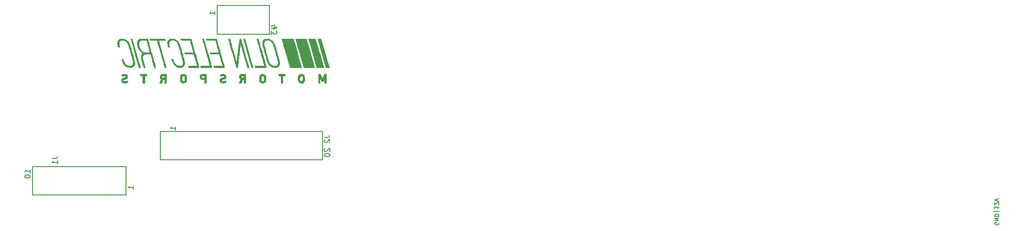
<source format=gbo>
G04 #@! TF.GenerationSoftware,KiCad,Pcbnew,5.0.2-bee76a0~70~ubuntu18.04.1*
G04 #@! TF.CreationDate,2019-02-11T21:35:21-05:00*
G04 #@! TF.ProjectId,dashboard_mk4_rev4,64617368-626f-4617-9264-5f6d6b345f72,6.0*
G04 #@! TF.SameCoordinates,Original*
G04 #@! TF.FileFunction,Legend,Bot*
G04 #@! TF.FilePolarity,Positive*
%FSLAX46Y46*%
G04 Gerber Fmt 4.6, Leading zero omitted, Abs format (unit mm)*
G04 Created by KiCad (PCBNEW 5.0.2-bee76a0~70~ubuntu18.04.1) date Mon 11 Feb 2019 09:35:21 PM EST*
%MOMM*%
%LPD*%
G01*
G04 APERTURE LIST*
%ADD10C,0.190500*%
%ADD11C,0.150000*%
%ADD12C,0.010000*%
G04 APERTURE END LIST*
D10*
X205762860Y-69249834D02*
X205799145Y-69322405D01*
X205799145Y-69431262D01*
X205762860Y-69540120D01*
X205690288Y-69612691D01*
X205617717Y-69648977D01*
X205472574Y-69685262D01*
X205363717Y-69685262D01*
X205218574Y-69648977D01*
X205146002Y-69612691D01*
X205073431Y-69540120D01*
X205037145Y-69431262D01*
X205037145Y-69358691D01*
X205073431Y-69249834D01*
X205109717Y-69213548D01*
X205363717Y-69213548D01*
X205363717Y-69358691D01*
X205037145Y-68886977D02*
X205799145Y-68886977D01*
X205037145Y-68451548D01*
X205799145Y-68451548D01*
X205037145Y-68088691D02*
X205799145Y-68088691D01*
X205799145Y-67907262D01*
X205762860Y-67798405D01*
X205690288Y-67725834D01*
X205617717Y-67689548D01*
X205472574Y-67653262D01*
X205363717Y-67653262D01*
X205218574Y-67689548D01*
X205146002Y-67725834D01*
X205073431Y-67798405D01*
X205037145Y-67907262D01*
X205037145Y-68088691D01*
X204783145Y-67145262D02*
X205871717Y-67145262D01*
X205037145Y-66201834D02*
X205037145Y-66637262D01*
X205037145Y-66419548D02*
X205799145Y-66419548D01*
X205690288Y-66492120D01*
X205617717Y-66564691D01*
X205581431Y-66637262D01*
X205726574Y-65911548D02*
X205762860Y-65875262D01*
X205799145Y-65802691D01*
X205799145Y-65621262D01*
X205762860Y-65548691D01*
X205726574Y-65512405D01*
X205654002Y-65476120D01*
X205581431Y-65476120D01*
X205472574Y-65512405D01*
X205037145Y-65947834D01*
X205037145Y-65476120D01*
X205799145Y-65258405D02*
X205037145Y-65004405D01*
X205799145Y-64750405D01*
D11*
G04 #@! TO.C,J3*
X70989149Y-34309381D02*
X61299149Y-34309381D01*
X70989149Y-29009381D02*
X61299149Y-29009381D01*
X61299149Y-29009381D02*
X61299149Y-34309381D01*
X70989149Y-29009381D02*
X70989149Y-34309381D01*
G04 #@! TO.C,J1*
X27204260Y-58842540D02*
X44514260Y-58842540D01*
X27204260Y-64142540D02*
X44514260Y-64142540D01*
X44514260Y-64142540D02*
X44514260Y-58842540D01*
X27204260Y-64142540D02*
X27204260Y-58842540D01*
G04 #@! TO.C,J2*
X80823570Y-52320360D02*
X80823570Y-57620360D01*
X50813570Y-52320360D02*
X50813570Y-57620360D01*
X80823570Y-52320360D02*
X50813570Y-52320360D01*
X80823570Y-57620360D02*
X50813570Y-57620360D01*
D12*
G04 #@! TO.C,G\002A\002A\002A*
G36*
X43637925Y-35135868D02*
X43418681Y-35169299D01*
X43238872Y-35234430D01*
X43097947Y-35331626D01*
X42995356Y-35461251D01*
X42936661Y-35601355D01*
X42914575Y-35722405D01*
X42905518Y-35877671D01*
X42908925Y-36052421D01*
X42924230Y-36231924D01*
X42950867Y-36401448D01*
X42970674Y-36487100D01*
X43017928Y-36664900D01*
X43164598Y-36672581D01*
X43246649Y-36675258D01*
X43288661Y-36670220D01*
X43301181Y-36654449D01*
X43297773Y-36634481D01*
X43248593Y-36454585D01*
X43216993Y-36302954D01*
X43199931Y-36161426D01*
X43194398Y-36017200D01*
X43195177Y-35897853D01*
X43201281Y-35814066D01*
X43215364Y-35750668D01*
X43240078Y-35692489D01*
X43256520Y-35661919D01*
X43336159Y-35555178D01*
X43441016Y-35480348D01*
X43578054Y-35433928D01*
X43752781Y-35412494D01*
X43990766Y-35422411D01*
X44207120Y-35478285D01*
X44401849Y-35580119D01*
X44574959Y-35727918D01*
X44726455Y-35921687D01*
X44856346Y-36161429D01*
X44891790Y-36244013D01*
X44912365Y-36302544D01*
X44944646Y-36404530D01*
X44987067Y-36544393D01*
X45038060Y-36716553D01*
X45096058Y-36915433D01*
X45159494Y-37135452D01*
X45226800Y-37371031D01*
X45296408Y-37616592D01*
X45366752Y-37866555D01*
X45436264Y-38115342D01*
X45503377Y-38357372D01*
X45566523Y-38587068D01*
X45624134Y-38798849D01*
X45674645Y-38987138D01*
X45716486Y-39146354D01*
X45748091Y-39270919D01*
X45767893Y-39355254D01*
X45772737Y-39379761D01*
X45793248Y-39594416D01*
X45775588Y-39775897D01*
X45719560Y-39924776D01*
X45624962Y-40041628D01*
X45516800Y-40114811D01*
X45448809Y-40147765D01*
X45390781Y-40168159D01*
X45327660Y-40178394D01*
X45244388Y-40180872D01*
X45125909Y-40177995D01*
X45121630Y-40177850D01*
X44996530Y-40171890D01*
X44904987Y-40161554D01*
X44829765Y-40143127D01*
X44753626Y-40112893D01*
X44698500Y-40086639D01*
X44517176Y-39969716D01*
X44353165Y-39807279D01*
X44208577Y-39602288D01*
X44085524Y-39357701D01*
X43992159Y-39096950D01*
X43937053Y-38912800D01*
X43799827Y-38912800D01*
X43724092Y-38916664D01*
X43674253Y-38926616D01*
X43662600Y-38935909D01*
X43672144Y-38987067D01*
X43697949Y-39073327D01*
X43735771Y-39183309D01*
X43781370Y-39305636D01*
X43830503Y-39428929D01*
X43878929Y-39541810D01*
X43922406Y-39632900D01*
X43922524Y-39633127D01*
X44016089Y-39785712D01*
X44135982Y-39939743D01*
X44271390Y-40083996D01*
X44411498Y-40207250D01*
X44545493Y-40298282D01*
X44581447Y-40316948D01*
X44799090Y-40398256D01*
X45034083Y-40446581D01*
X45271286Y-40460322D01*
X45495560Y-40437875D01*
X45567600Y-40421335D01*
X45741344Y-40353338D01*
X45877560Y-40251624D01*
X45978681Y-40113841D01*
X46039243Y-39965333D01*
X46063656Y-39839727D01*
X46074030Y-39683211D01*
X46070109Y-39513767D01*
X46051636Y-39349382D01*
X46048314Y-39330214D01*
X46034216Y-39266892D01*
X46007426Y-39160444D01*
X45969539Y-39016494D01*
X45922147Y-38840667D01*
X45866845Y-38638587D01*
X45805227Y-38415877D01*
X45738885Y-38178163D01*
X45669415Y-37931068D01*
X45598409Y-37680217D01*
X45527461Y-37431234D01*
X45458166Y-37189742D01*
X45392117Y-36961367D01*
X45330907Y-36751732D01*
X45276131Y-36566462D01*
X45229382Y-36411181D01*
X45192254Y-36291512D01*
X45166340Y-36213081D01*
X45160440Y-36196995D01*
X45032080Y-35922559D01*
X44874484Y-35685899D01*
X44690208Y-35488797D01*
X44481813Y-35333036D01*
X44251855Y-35220400D01*
X44002894Y-35152671D01*
X43737487Y-35131633D01*
X43637925Y-35135868D01*
X43637925Y-35135868D01*
G37*
X43637925Y-35135868D02*
X43418681Y-35169299D01*
X43238872Y-35234430D01*
X43097947Y-35331626D01*
X42995356Y-35461251D01*
X42936661Y-35601355D01*
X42914575Y-35722405D01*
X42905518Y-35877671D01*
X42908925Y-36052421D01*
X42924230Y-36231924D01*
X42950867Y-36401448D01*
X42970674Y-36487100D01*
X43017928Y-36664900D01*
X43164598Y-36672581D01*
X43246649Y-36675258D01*
X43288661Y-36670220D01*
X43301181Y-36654449D01*
X43297773Y-36634481D01*
X43248593Y-36454585D01*
X43216993Y-36302954D01*
X43199931Y-36161426D01*
X43194398Y-36017200D01*
X43195177Y-35897853D01*
X43201281Y-35814066D01*
X43215364Y-35750668D01*
X43240078Y-35692489D01*
X43256520Y-35661919D01*
X43336159Y-35555178D01*
X43441016Y-35480348D01*
X43578054Y-35433928D01*
X43752781Y-35412494D01*
X43990766Y-35422411D01*
X44207120Y-35478285D01*
X44401849Y-35580119D01*
X44574959Y-35727918D01*
X44726455Y-35921687D01*
X44856346Y-36161429D01*
X44891790Y-36244013D01*
X44912365Y-36302544D01*
X44944646Y-36404530D01*
X44987067Y-36544393D01*
X45038060Y-36716553D01*
X45096058Y-36915433D01*
X45159494Y-37135452D01*
X45226800Y-37371031D01*
X45296408Y-37616592D01*
X45366752Y-37866555D01*
X45436264Y-38115342D01*
X45503377Y-38357372D01*
X45566523Y-38587068D01*
X45624134Y-38798849D01*
X45674645Y-38987138D01*
X45716486Y-39146354D01*
X45748091Y-39270919D01*
X45767893Y-39355254D01*
X45772737Y-39379761D01*
X45793248Y-39594416D01*
X45775588Y-39775897D01*
X45719560Y-39924776D01*
X45624962Y-40041628D01*
X45516800Y-40114811D01*
X45448809Y-40147765D01*
X45390781Y-40168159D01*
X45327660Y-40178394D01*
X45244388Y-40180872D01*
X45125909Y-40177995D01*
X45121630Y-40177850D01*
X44996530Y-40171890D01*
X44904987Y-40161554D01*
X44829765Y-40143127D01*
X44753626Y-40112893D01*
X44698500Y-40086639D01*
X44517176Y-39969716D01*
X44353165Y-39807279D01*
X44208577Y-39602288D01*
X44085524Y-39357701D01*
X43992159Y-39096950D01*
X43937053Y-38912800D01*
X43799827Y-38912800D01*
X43724092Y-38916664D01*
X43674253Y-38926616D01*
X43662600Y-38935909D01*
X43672144Y-38987067D01*
X43697949Y-39073327D01*
X43735771Y-39183309D01*
X43781370Y-39305636D01*
X43830503Y-39428929D01*
X43878929Y-39541810D01*
X43922406Y-39632900D01*
X43922524Y-39633127D01*
X44016089Y-39785712D01*
X44135982Y-39939743D01*
X44271390Y-40083996D01*
X44411498Y-40207250D01*
X44545493Y-40298282D01*
X44581447Y-40316948D01*
X44799090Y-40398256D01*
X45034083Y-40446581D01*
X45271286Y-40460322D01*
X45495560Y-40437875D01*
X45567600Y-40421335D01*
X45741344Y-40353338D01*
X45877560Y-40251624D01*
X45978681Y-40113841D01*
X46039243Y-39965333D01*
X46063656Y-39839727D01*
X46074030Y-39683211D01*
X46070109Y-39513767D01*
X46051636Y-39349382D01*
X46048314Y-39330214D01*
X46034216Y-39266892D01*
X46007426Y-39160444D01*
X45969539Y-39016494D01*
X45922147Y-38840667D01*
X45866845Y-38638587D01*
X45805227Y-38415877D01*
X45738885Y-38178163D01*
X45669415Y-37931068D01*
X45598409Y-37680217D01*
X45527461Y-37431234D01*
X45458166Y-37189742D01*
X45392117Y-36961367D01*
X45330907Y-36751732D01*
X45276131Y-36566462D01*
X45229382Y-36411181D01*
X45192254Y-36291512D01*
X45166340Y-36213081D01*
X45160440Y-36196995D01*
X45032080Y-35922559D01*
X44874484Y-35685899D01*
X44690208Y-35488797D01*
X44481813Y-35333036D01*
X44251855Y-35220400D01*
X44002894Y-35152671D01*
X43737487Y-35131633D01*
X43637925Y-35135868D01*
G36*
X45373856Y-35142223D02*
X45364400Y-35161443D01*
X45371153Y-35190320D01*
X45390809Y-35264837D01*
X45422467Y-35381747D01*
X45465225Y-35537801D01*
X45518182Y-35729752D01*
X45580436Y-35954351D01*
X45651084Y-36208352D01*
X45729226Y-36488505D01*
X45813959Y-36791563D01*
X45904381Y-37114279D01*
X45999592Y-37453404D01*
X46089378Y-37772620D01*
X46188385Y-38124374D01*
X46283671Y-38463014D01*
X46374312Y-38785255D01*
X46459385Y-39087815D01*
X46537969Y-39367408D01*
X46609141Y-39620750D01*
X46671979Y-39844557D01*
X46725559Y-40035544D01*
X46768961Y-40190427D01*
X46801260Y-40305922D01*
X46821536Y-40378745D01*
X46828731Y-40405050D01*
X46842968Y-40438216D01*
X46873215Y-40455381D01*
X46933120Y-40461605D01*
X46982808Y-40462200D01*
X47062239Y-40460760D01*
X47101870Y-40453079D01*
X47112690Y-40434117D01*
X47107355Y-40405050D01*
X47098531Y-40373261D01*
X47076852Y-40295841D01*
X47043235Y-40176055D01*
X46998600Y-40017168D01*
X46943865Y-39822446D01*
X46879948Y-39595153D01*
X46807767Y-39338556D01*
X46728242Y-39055919D01*
X46642289Y-38750508D01*
X46550829Y-38425589D01*
X46454779Y-38084426D01*
X46359032Y-37744400D01*
X45625862Y-35140900D01*
X45495131Y-35133222D01*
X45414221Y-35132071D01*
X45373856Y-35142223D01*
X45373856Y-35142223D01*
G37*
X45373856Y-35142223D02*
X45364400Y-35161443D01*
X45371153Y-35190320D01*
X45390809Y-35264837D01*
X45422467Y-35381747D01*
X45465225Y-35537801D01*
X45518182Y-35729752D01*
X45580436Y-35954351D01*
X45651084Y-36208352D01*
X45729226Y-36488505D01*
X45813959Y-36791563D01*
X45904381Y-37114279D01*
X45999592Y-37453404D01*
X46089378Y-37772620D01*
X46188385Y-38124374D01*
X46283671Y-38463014D01*
X46374312Y-38785255D01*
X46459385Y-39087815D01*
X46537969Y-39367408D01*
X46609141Y-39620750D01*
X46671979Y-39844557D01*
X46725559Y-40035544D01*
X46768961Y-40190427D01*
X46801260Y-40305922D01*
X46821536Y-40378745D01*
X46828731Y-40405050D01*
X46842968Y-40438216D01*
X46873215Y-40455381D01*
X46933120Y-40461605D01*
X46982808Y-40462200D01*
X47062239Y-40460760D01*
X47101870Y-40453079D01*
X47112690Y-40434117D01*
X47107355Y-40405050D01*
X47098531Y-40373261D01*
X47076852Y-40295841D01*
X47043235Y-40176055D01*
X46998600Y-40017168D01*
X46943865Y-39822446D01*
X46879948Y-39595153D01*
X46807767Y-39338556D01*
X46728242Y-39055919D01*
X46642289Y-38750508D01*
X46550829Y-38425589D01*
X46454779Y-38084426D01*
X46359032Y-37744400D01*
X45625862Y-35140900D01*
X45495131Y-35133222D01*
X45414221Y-35132071D01*
X45373856Y-35142223D01*
G36*
X47965254Y-35132094D02*
X47785596Y-35134131D01*
X47783750Y-35134157D01*
X47571020Y-35137639D01*
X47402539Y-35141653D01*
X47271760Y-35146642D01*
X47172134Y-35153050D01*
X47097109Y-35161322D01*
X47040139Y-35171901D01*
X46994672Y-35185230D01*
X46986612Y-35188179D01*
X46829579Y-35272344D01*
X46699905Y-35392331D01*
X46607859Y-35538620D01*
X46607313Y-35539845D01*
X46566715Y-35677070D01*
X46547935Y-35849369D01*
X46550857Y-36045993D01*
X46575360Y-36256197D01*
X46617451Y-36454606D01*
X46724310Y-36798695D01*
X46853347Y-37097103D01*
X47004583Y-37349861D01*
X47178036Y-37557002D01*
X47373727Y-37718558D01*
X47447200Y-37764180D01*
X47512900Y-37801865D01*
X47557228Y-37827401D01*
X47567899Y-37833635D01*
X47555390Y-37852431D01*
X47516423Y-37897277D01*
X47469095Y-37948220D01*
X47378727Y-38054092D01*
X47317309Y-38157075D01*
X47280161Y-38270773D01*
X47262602Y-38408793D01*
X47259598Y-38557200D01*
X47260854Y-38633712D01*
X47264086Y-38702347D01*
X47270764Y-38769973D01*
X47282358Y-38843456D01*
X47300336Y-38929663D01*
X47326168Y-39035460D01*
X47361321Y-39167714D01*
X47407267Y-39333293D01*
X47465473Y-39539062D01*
X47482400Y-39598600D01*
X47536906Y-39790109D01*
X47587364Y-39967198D01*
X47631987Y-40123603D01*
X47668987Y-40253064D01*
X47696573Y-40349319D01*
X47712958Y-40406106D01*
X47716394Y-40417750D01*
X47735796Y-40444652D01*
X47780814Y-40458278D01*
X47863611Y-40462194D01*
X47868012Y-40462200D01*
X47944003Y-40460237D01*
X47994121Y-40455182D01*
X48006000Y-40450410D01*
X47999370Y-40423967D01*
X47980581Y-40354599D01*
X47951286Y-40248266D01*
X47913137Y-40110929D01*
X47867789Y-39948548D01*
X47816894Y-39767086D01*
X47789938Y-39671260D01*
X47735098Y-39474440D01*
X47683795Y-39286430D01*
X47637979Y-39114680D01*
X47599603Y-38966643D01*
X47570617Y-38849769D01*
X47552972Y-38771509D01*
X47549704Y-38753799D01*
X47538558Y-38558765D01*
X47571217Y-38387853D01*
X47647005Y-38242544D01*
X47765246Y-38124317D01*
X47865473Y-38062218D01*
X47918650Y-38035659D01*
X47965267Y-38015954D01*
X48014141Y-38001920D01*
X48074087Y-37992377D01*
X48153920Y-37986143D01*
X48262455Y-37982038D01*
X48408509Y-37978881D01*
X48499489Y-37977268D01*
X48983900Y-37968837D01*
X49287106Y-39056768D01*
X49352012Y-39289415D01*
X49414319Y-39512286D01*
X49472363Y-39719465D01*
X49524482Y-39905036D01*
X49569013Y-40063083D01*
X49604292Y-40187689D01*
X49628656Y-40272940D01*
X49637556Y-40303450D01*
X49684801Y-40462200D01*
X49810601Y-40462200D01*
X49890650Y-40457860D01*
X49929288Y-40443109D01*
X49936400Y-40424994D01*
X49929649Y-40395973D01*
X49909990Y-40321285D01*
X49878318Y-40204154D01*
X49835527Y-40047801D01*
X49782512Y-39855451D01*
X49720167Y-39630326D01*
X49649385Y-39375648D01*
X49571062Y-39094641D01*
X49486091Y-38790527D01*
X49395366Y-38466529D01*
X49299782Y-38125870D01*
X49200233Y-37771773D01*
X49199800Y-37770236D01*
X49174820Y-37681432D01*
X48895000Y-37681432D01*
X48870973Y-37685419D01*
X48804382Y-37688858D01*
X48703461Y-37691517D01*
X48576445Y-37693165D01*
X48461865Y-37693600D01*
X48247056Y-37691061D01*
X48075640Y-37683130D01*
X47940444Y-37669333D01*
X47851126Y-37653205D01*
X47648371Y-37584791D01*
X47467596Y-37475987D01*
X47307645Y-37325344D01*
X47167363Y-37131411D01*
X47045594Y-36892739D01*
X46941183Y-36607876D01*
X46897406Y-36456232D01*
X46843828Y-36205396D01*
X46826711Y-35989826D01*
X46846074Y-35809393D01*
X46901935Y-35663972D01*
X46994312Y-35553434D01*
X47034952Y-35523175D01*
X47102001Y-35484776D01*
X47176257Y-35455682D01*
X47265662Y-35434712D01*
X47378163Y-35420682D01*
X47521702Y-35412410D01*
X47704225Y-35408715D01*
X47807439Y-35408220D01*
X47969602Y-35408410D01*
X48088051Y-35409941D01*
X48169867Y-35413485D01*
X48222130Y-35419712D01*
X48251921Y-35429292D01*
X48266322Y-35442897D01*
X48270160Y-35452050D01*
X48283074Y-35496262D01*
X48307254Y-35580921D01*
X48341034Y-35700079D01*
X48382746Y-35847786D01*
X48430722Y-36018091D01*
X48483296Y-36205046D01*
X48538798Y-36402700D01*
X48595562Y-36605104D01*
X48651921Y-36806309D01*
X48706206Y-37000365D01*
X48756751Y-37181322D01*
X48801887Y-37343231D01*
X48839947Y-37480142D01*
X48869264Y-37586105D01*
X48888171Y-37655172D01*
X48894999Y-37681391D01*
X48895000Y-37681432D01*
X49174820Y-37681432D01*
X49100326Y-37416617D01*
X49004804Y-37076799D01*
X48914127Y-36753969D01*
X48829187Y-36451313D01*
X48750875Y-36172016D01*
X48680084Y-35919265D01*
X48617705Y-35696245D01*
X48564630Y-35506143D01*
X48521750Y-35352145D01*
X48489958Y-35237436D01*
X48470144Y-35165204D01*
X48463202Y-35138633D01*
X48463200Y-35138598D01*
X48438901Y-35135216D01*
X48370383Y-35132831D01*
X48264220Y-35131487D01*
X48126986Y-35131227D01*
X47965254Y-35132094D01*
X47965254Y-35132094D01*
G37*
X47965254Y-35132094D02*
X47785596Y-35134131D01*
X47783750Y-35134157D01*
X47571020Y-35137639D01*
X47402539Y-35141653D01*
X47271760Y-35146642D01*
X47172134Y-35153050D01*
X47097109Y-35161322D01*
X47040139Y-35171901D01*
X46994672Y-35185230D01*
X46986612Y-35188179D01*
X46829579Y-35272344D01*
X46699905Y-35392331D01*
X46607859Y-35538620D01*
X46607313Y-35539845D01*
X46566715Y-35677070D01*
X46547935Y-35849369D01*
X46550857Y-36045993D01*
X46575360Y-36256197D01*
X46617451Y-36454606D01*
X46724310Y-36798695D01*
X46853347Y-37097103D01*
X47004583Y-37349861D01*
X47178036Y-37557002D01*
X47373727Y-37718558D01*
X47447200Y-37764180D01*
X47512900Y-37801865D01*
X47557228Y-37827401D01*
X47567899Y-37833635D01*
X47555390Y-37852431D01*
X47516423Y-37897277D01*
X47469095Y-37948220D01*
X47378727Y-38054092D01*
X47317309Y-38157075D01*
X47280161Y-38270773D01*
X47262602Y-38408793D01*
X47259598Y-38557200D01*
X47260854Y-38633712D01*
X47264086Y-38702347D01*
X47270764Y-38769973D01*
X47282358Y-38843456D01*
X47300336Y-38929663D01*
X47326168Y-39035460D01*
X47361321Y-39167714D01*
X47407267Y-39333293D01*
X47465473Y-39539062D01*
X47482400Y-39598600D01*
X47536906Y-39790109D01*
X47587364Y-39967198D01*
X47631987Y-40123603D01*
X47668987Y-40253064D01*
X47696573Y-40349319D01*
X47712958Y-40406106D01*
X47716394Y-40417750D01*
X47735796Y-40444652D01*
X47780814Y-40458278D01*
X47863611Y-40462194D01*
X47868012Y-40462200D01*
X47944003Y-40460237D01*
X47994121Y-40455182D01*
X48006000Y-40450410D01*
X47999370Y-40423967D01*
X47980581Y-40354599D01*
X47951286Y-40248266D01*
X47913137Y-40110929D01*
X47867789Y-39948548D01*
X47816894Y-39767086D01*
X47789938Y-39671260D01*
X47735098Y-39474440D01*
X47683795Y-39286430D01*
X47637979Y-39114680D01*
X47599603Y-38966643D01*
X47570617Y-38849769D01*
X47552972Y-38771509D01*
X47549704Y-38753799D01*
X47538558Y-38558765D01*
X47571217Y-38387853D01*
X47647005Y-38242544D01*
X47765246Y-38124317D01*
X47865473Y-38062218D01*
X47918650Y-38035659D01*
X47965267Y-38015954D01*
X48014141Y-38001920D01*
X48074087Y-37992377D01*
X48153920Y-37986143D01*
X48262455Y-37982038D01*
X48408509Y-37978881D01*
X48499489Y-37977268D01*
X48983900Y-37968837D01*
X49287106Y-39056768D01*
X49352012Y-39289415D01*
X49414319Y-39512286D01*
X49472363Y-39719465D01*
X49524482Y-39905036D01*
X49569013Y-40063083D01*
X49604292Y-40187689D01*
X49628656Y-40272940D01*
X49637556Y-40303450D01*
X49684801Y-40462200D01*
X49810601Y-40462200D01*
X49890650Y-40457860D01*
X49929288Y-40443109D01*
X49936400Y-40424994D01*
X49929649Y-40395973D01*
X49909990Y-40321285D01*
X49878318Y-40204154D01*
X49835527Y-40047801D01*
X49782512Y-39855451D01*
X49720167Y-39630326D01*
X49649385Y-39375648D01*
X49571062Y-39094641D01*
X49486091Y-38790527D01*
X49395366Y-38466529D01*
X49299782Y-38125870D01*
X49200233Y-37771773D01*
X49199800Y-37770236D01*
X49174820Y-37681432D01*
X48895000Y-37681432D01*
X48870973Y-37685419D01*
X48804382Y-37688858D01*
X48703461Y-37691517D01*
X48576445Y-37693165D01*
X48461865Y-37693600D01*
X48247056Y-37691061D01*
X48075640Y-37683130D01*
X47940444Y-37669333D01*
X47851126Y-37653205D01*
X47648371Y-37584791D01*
X47467596Y-37475987D01*
X47307645Y-37325344D01*
X47167363Y-37131411D01*
X47045594Y-36892739D01*
X46941183Y-36607876D01*
X46897406Y-36456232D01*
X46843828Y-36205396D01*
X46826711Y-35989826D01*
X46846074Y-35809393D01*
X46901935Y-35663972D01*
X46994312Y-35553434D01*
X47034952Y-35523175D01*
X47102001Y-35484776D01*
X47176257Y-35455682D01*
X47265662Y-35434712D01*
X47378163Y-35420682D01*
X47521702Y-35412410D01*
X47704225Y-35408715D01*
X47807439Y-35408220D01*
X47969602Y-35408410D01*
X48088051Y-35409941D01*
X48169867Y-35413485D01*
X48222130Y-35419712D01*
X48251921Y-35429292D01*
X48266322Y-35442897D01*
X48270160Y-35452050D01*
X48283074Y-35496262D01*
X48307254Y-35580921D01*
X48341034Y-35700079D01*
X48382746Y-35847786D01*
X48430722Y-36018091D01*
X48483296Y-36205046D01*
X48538798Y-36402700D01*
X48595562Y-36605104D01*
X48651921Y-36806309D01*
X48706206Y-37000365D01*
X48756751Y-37181322D01*
X48801887Y-37343231D01*
X48839947Y-37480142D01*
X48869264Y-37586105D01*
X48888171Y-37655172D01*
X48894999Y-37681391D01*
X48895000Y-37681432D01*
X49174820Y-37681432D01*
X49100326Y-37416617D01*
X49004804Y-37076799D01*
X48914127Y-36753969D01*
X48829187Y-36451313D01*
X48750875Y-36172016D01*
X48680084Y-35919265D01*
X48617705Y-35696245D01*
X48564630Y-35506143D01*
X48521750Y-35352145D01*
X48489958Y-35237436D01*
X48470144Y-35165204D01*
X48463202Y-35138633D01*
X48463200Y-35138598D01*
X48438901Y-35135216D01*
X48370383Y-35132831D01*
X48264220Y-35131487D01*
X48126986Y-35131227D01*
X47965254Y-35132094D01*
G36*
X49990702Y-35128341D02*
X49744338Y-35128748D01*
X49518395Y-35129394D01*
X49317439Y-35130254D01*
X49146038Y-35131300D01*
X49008756Y-35132507D01*
X48910160Y-35133848D01*
X48854817Y-35135297D01*
X48844200Y-35136289D01*
X48850815Y-35163059D01*
X48867825Y-35223275D01*
X48883156Y-35275555D01*
X48922111Y-35406731D01*
X49560347Y-35413515D01*
X50198583Y-35420300D01*
X50888657Y-37871400D01*
X50985318Y-38214807D01*
X51078299Y-38545287D01*
X51166648Y-38859446D01*
X51249411Y-39153888D01*
X51325637Y-39425221D01*
X51394372Y-39670050D01*
X51454663Y-39884979D01*
X51505559Y-40066616D01*
X51546105Y-40211565D01*
X51575351Y-40316433D01*
X51592342Y-40377825D01*
X51596250Y-40392350D01*
X51610219Y-40432554D01*
X51635496Y-40453379D01*
X51686259Y-40461144D01*
X51752984Y-40462200D01*
X51829293Y-40461152D01*
X51879721Y-40458451D01*
X51891876Y-40455850D01*
X51885095Y-40431051D01*
X51865450Y-40360595D01*
X51833850Y-40247718D01*
X51791206Y-40095659D01*
X51738428Y-39907656D01*
X51676425Y-39686948D01*
X51606108Y-39436774D01*
X51528385Y-39160371D01*
X51444169Y-38860977D01*
X51354367Y-38541832D01*
X51259891Y-38206173D01*
X51183517Y-37934900D01*
X50475483Y-35420300D01*
X51110190Y-35413508D01*
X51308877Y-35411005D01*
X51462077Y-35408026D01*
X51575106Y-35404207D01*
X51653277Y-35399178D01*
X51701904Y-35392574D01*
X51726300Y-35384029D01*
X51731780Y-35373174D01*
X51731055Y-35370647D01*
X51715902Y-35324108D01*
X51695299Y-35252876D01*
X51689428Y-35231388D01*
X51661642Y-35128200D01*
X50252921Y-35128200D01*
X49990702Y-35128341D01*
X49990702Y-35128341D01*
G37*
X49990702Y-35128341D02*
X49744338Y-35128748D01*
X49518395Y-35129394D01*
X49317439Y-35130254D01*
X49146038Y-35131300D01*
X49008756Y-35132507D01*
X48910160Y-35133848D01*
X48854817Y-35135297D01*
X48844200Y-35136289D01*
X48850815Y-35163059D01*
X48867825Y-35223275D01*
X48883156Y-35275555D01*
X48922111Y-35406731D01*
X49560347Y-35413515D01*
X50198583Y-35420300D01*
X50888657Y-37871400D01*
X50985318Y-38214807D01*
X51078299Y-38545287D01*
X51166648Y-38859446D01*
X51249411Y-39153888D01*
X51325637Y-39425221D01*
X51394372Y-39670050D01*
X51454663Y-39884979D01*
X51505559Y-40066616D01*
X51546105Y-40211565D01*
X51575351Y-40316433D01*
X51592342Y-40377825D01*
X51596250Y-40392350D01*
X51610219Y-40432554D01*
X51635496Y-40453379D01*
X51686259Y-40461144D01*
X51752984Y-40462200D01*
X51829293Y-40461152D01*
X51879721Y-40458451D01*
X51891876Y-40455850D01*
X51885095Y-40431051D01*
X51865450Y-40360595D01*
X51833850Y-40247718D01*
X51791206Y-40095659D01*
X51738428Y-39907656D01*
X51676425Y-39686948D01*
X51606108Y-39436774D01*
X51528385Y-39160371D01*
X51444169Y-38860977D01*
X51354367Y-38541832D01*
X51259891Y-38206173D01*
X51183517Y-37934900D01*
X50475483Y-35420300D01*
X51110190Y-35413508D01*
X51308877Y-35411005D01*
X51462077Y-35408026D01*
X51575106Y-35404207D01*
X51653277Y-35399178D01*
X51701904Y-35392574D01*
X51726300Y-35384029D01*
X51731780Y-35373174D01*
X51731055Y-35370647D01*
X51715902Y-35324108D01*
X51695299Y-35252876D01*
X51689428Y-35231388D01*
X51661642Y-35128200D01*
X50252921Y-35128200D01*
X49990702Y-35128341D01*
G36*
X52839976Y-35142181D02*
X52746076Y-35145466D01*
X52675963Y-35154137D01*
X52616132Y-35170519D01*
X52553080Y-35196935D01*
X52498485Y-35223284D01*
X52348744Y-35321567D01*
X52236440Y-35450979D01*
X52161418Y-35612238D01*
X52123521Y-35806060D01*
X52122595Y-36033164D01*
X52158482Y-36294267D01*
X52214533Y-36531550D01*
X52254495Y-36677600D01*
X52390848Y-36677600D01*
X52466321Y-36675106D01*
X52515837Y-36668687D01*
X52527200Y-36662781D01*
X52521414Y-36632783D01*
X52506066Y-36566497D01*
X52484178Y-36476853D01*
X52478270Y-36453231D01*
X52428953Y-36221946D01*
X52407828Y-36028030D01*
X52415393Y-35866269D01*
X52452143Y-35731446D01*
X52518576Y-35618345D01*
X52562468Y-35568921D01*
X52653196Y-35493086D01*
X52752960Y-35443519D01*
X52872969Y-35417100D01*
X53024434Y-35410710D01*
X53118435Y-35414217D01*
X53246760Y-35424945D01*
X53345668Y-35443690D01*
X53436457Y-35475511D01*
X53499435Y-35504730D01*
X53681252Y-35621874D01*
X53846033Y-35783658D01*
X53990274Y-35985754D01*
X54110472Y-36223837D01*
X54138241Y-36293446D01*
X54157255Y-36350136D01*
X54188144Y-36450109D01*
X54229297Y-36587670D01*
X54279103Y-36757124D01*
X54335950Y-36952777D01*
X54398226Y-37168935D01*
X54464320Y-37399903D01*
X54532622Y-37639986D01*
X54601518Y-37883490D01*
X54669398Y-38124721D01*
X54734650Y-38357984D01*
X54795663Y-38577585D01*
X54850826Y-38777829D01*
X54898526Y-38953021D01*
X54937152Y-39097467D01*
X54965094Y-39205473D01*
X54980115Y-39268400D01*
X54999792Y-39385659D01*
X55012778Y-39511826D01*
X55015818Y-39585900D01*
X55000238Y-39773349D01*
X54951585Y-39923540D01*
X54868209Y-40038024D01*
X54748459Y-40118353D01*
X54590685Y-40166078D01*
X54393235Y-40182752D01*
X54380852Y-40182800D01*
X54150991Y-40160751D01*
X53943159Y-40094299D01*
X53756851Y-39982982D01*
X53591560Y-39826341D01*
X53446779Y-39623915D01*
X53322004Y-39375243D01*
X53235829Y-39141400D01*
X53166508Y-38925500D01*
X53024654Y-38917882D01*
X52947541Y-38915630D01*
X52896022Y-38917743D01*
X52882800Y-38921941D01*
X52890176Y-38949553D01*
X52910031Y-39014429D01*
X52938953Y-39105583D01*
X52960067Y-39170859D01*
X53082857Y-39489775D01*
X53228759Y-39763459D01*
X53397769Y-39991909D01*
X53589886Y-40175121D01*
X53805107Y-40313095D01*
X54043429Y-40405827D01*
X54304850Y-40453316D01*
X54470300Y-40460110D01*
X54585647Y-40455368D01*
X54698050Y-40444152D01*
X54784430Y-40428813D01*
X54789056Y-40427605D01*
X54965971Y-40357037D01*
X55107070Y-40250479D01*
X55212213Y-40108059D01*
X55258767Y-40003255D01*
X55282860Y-39897832D01*
X55295759Y-39757975D01*
X55297414Y-39598809D01*
X55287778Y-39435462D01*
X55266801Y-39283061D01*
X55261170Y-39254892D01*
X55247282Y-39197684D01*
X55221046Y-39097411D01*
X55184079Y-38959850D01*
X55138003Y-38790779D01*
X55084437Y-38595974D01*
X55024999Y-38381213D01*
X54961310Y-38152274D01*
X54894989Y-37914932D01*
X54827656Y-37674966D01*
X54760930Y-37438152D01*
X54696430Y-37210268D01*
X54635776Y-36997091D01*
X54580587Y-36804397D01*
X54532484Y-36637964D01*
X54493085Y-36503569D01*
X54464010Y-36406990D01*
X54453239Y-36372800D01*
X54335977Y-36074460D01*
X54190672Y-35812978D01*
X54019187Y-35590536D01*
X53823382Y-35409315D01*
X53605121Y-35271496D01*
X53459787Y-35208963D01*
X53370368Y-35179321D01*
X53288952Y-35159909D01*
X53200101Y-35148611D01*
X53088377Y-35143309D01*
X52971166Y-35141959D01*
X52839976Y-35142181D01*
X52839976Y-35142181D01*
G37*
X52839976Y-35142181D02*
X52746076Y-35145466D01*
X52675963Y-35154137D01*
X52616132Y-35170519D01*
X52553080Y-35196935D01*
X52498485Y-35223284D01*
X52348744Y-35321567D01*
X52236440Y-35450979D01*
X52161418Y-35612238D01*
X52123521Y-35806060D01*
X52122595Y-36033164D01*
X52158482Y-36294267D01*
X52214533Y-36531550D01*
X52254495Y-36677600D01*
X52390848Y-36677600D01*
X52466321Y-36675106D01*
X52515837Y-36668687D01*
X52527200Y-36662781D01*
X52521414Y-36632783D01*
X52506066Y-36566497D01*
X52484178Y-36476853D01*
X52478270Y-36453231D01*
X52428953Y-36221946D01*
X52407828Y-36028030D01*
X52415393Y-35866269D01*
X52452143Y-35731446D01*
X52518576Y-35618345D01*
X52562468Y-35568921D01*
X52653196Y-35493086D01*
X52752960Y-35443519D01*
X52872969Y-35417100D01*
X53024434Y-35410710D01*
X53118435Y-35414217D01*
X53246760Y-35424945D01*
X53345668Y-35443690D01*
X53436457Y-35475511D01*
X53499435Y-35504730D01*
X53681252Y-35621874D01*
X53846033Y-35783658D01*
X53990274Y-35985754D01*
X54110472Y-36223837D01*
X54138241Y-36293446D01*
X54157255Y-36350136D01*
X54188144Y-36450109D01*
X54229297Y-36587670D01*
X54279103Y-36757124D01*
X54335950Y-36952777D01*
X54398226Y-37168935D01*
X54464320Y-37399903D01*
X54532622Y-37639986D01*
X54601518Y-37883490D01*
X54669398Y-38124721D01*
X54734650Y-38357984D01*
X54795663Y-38577585D01*
X54850826Y-38777829D01*
X54898526Y-38953021D01*
X54937152Y-39097467D01*
X54965094Y-39205473D01*
X54980115Y-39268400D01*
X54999792Y-39385659D01*
X55012778Y-39511826D01*
X55015818Y-39585900D01*
X55000238Y-39773349D01*
X54951585Y-39923540D01*
X54868209Y-40038024D01*
X54748459Y-40118353D01*
X54590685Y-40166078D01*
X54393235Y-40182752D01*
X54380852Y-40182800D01*
X54150991Y-40160751D01*
X53943159Y-40094299D01*
X53756851Y-39982982D01*
X53591560Y-39826341D01*
X53446779Y-39623915D01*
X53322004Y-39375243D01*
X53235829Y-39141400D01*
X53166508Y-38925500D01*
X53024654Y-38917882D01*
X52947541Y-38915630D01*
X52896022Y-38917743D01*
X52882800Y-38921941D01*
X52890176Y-38949553D01*
X52910031Y-39014429D01*
X52938953Y-39105583D01*
X52960067Y-39170859D01*
X53082857Y-39489775D01*
X53228759Y-39763459D01*
X53397769Y-39991909D01*
X53589886Y-40175121D01*
X53805107Y-40313095D01*
X54043429Y-40405827D01*
X54304850Y-40453316D01*
X54470300Y-40460110D01*
X54585647Y-40455368D01*
X54698050Y-40444152D01*
X54784430Y-40428813D01*
X54789056Y-40427605D01*
X54965971Y-40357037D01*
X55107070Y-40250479D01*
X55212213Y-40108059D01*
X55258767Y-40003255D01*
X55282860Y-39897832D01*
X55295759Y-39757975D01*
X55297414Y-39598809D01*
X55287778Y-39435462D01*
X55266801Y-39283061D01*
X55261170Y-39254892D01*
X55247282Y-39197684D01*
X55221046Y-39097411D01*
X55184079Y-38959850D01*
X55138003Y-38790779D01*
X55084437Y-38595974D01*
X55024999Y-38381213D01*
X54961310Y-38152274D01*
X54894989Y-37914932D01*
X54827656Y-37674966D01*
X54760930Y-37438152D01*
X54696430Y-37210268D01*
X54635776Y-36997091D01*
X54580587Y-36804397D01*
X54532484Y-36637964D01*
X54493085Y-36503569D01*
X54464010Y-36406990D01*
X54453239Y-36372800D01*
X54335977Y-36074460D01*
X54190672Y-35812978D01*
X54019187Y-35590536D01*
X53823382Y-35409315D01*
X53605121Y-35271496D01*
X53459787Y-35208963D01*
X53370368Y-35179321D01*
X53288952Y-35159909D01*
X53200101Y-35148611D01*
X53088377Y-35143309D01*
X52971166Y-35141959D01*
X52839976Y-35142181D01*
G36*
X55240275Y-35128809D02*
X55010515Y-35130659D01*
X54829199Y-35133782D01*
X54695159Y-35138211D01*
X54607224Y-35143979D01*
X54564224Y-35151118D01*
X54559200Y-35155052D01*
X54565029Y-35194443D01*
X54579722Y-35262343D01*
X54587616Y-35294752D01*
X54616031Y-35407599D01*
X55450732Y-35407600D01*
X56285433Y-35407600D01*
X56302905Y-35477450D01*
X56313360Y-35516206D01*
X56336100Y-35598417D01*
X56369603Y-35718650D01*
X56412348Y-35871470D01*
X56462815Y-36051446D01*
X56519482Y-36253143D01*
X56580828Y-36471128D01*
X56617536Y-36601400D01*
X56914695Y-37655500D01*
X56092548Y-37662197D01*
X55844061Y-37664829D01*
X55643799Y-37668343D01*
X55489191Y-37672850D01*
X55377667Y-37678458D01*
X55306658Y-37685279D01*
X55273593Y-37693421D01*
X55270400Y-37697350D01*
X55277260Y-37738457D01*
X55294290Y-37805035D01*
X55299821Y-37824003D01*
X55329242Y-37922200D01*
X56989658Y-37922200D01*
X57137838Y-38449250D01*
X57191412Y-38639776D01*
X57253880Y-38861890D01*
X57320374Y-39098283D01*
X57386024Y-39331643D01*
X57445961Y-39544658D01*
X57453993Y-39573200D01*
X57621968Y-40170100D01*
X56801784Y-40176797D01*
X56539351Y-40179747D01*
X56327550Y-40183901D01*
X56166229Y-40189266D01*
X56055234Y-40195848D01*
X55994412Y-40203654D01*
X55981600Y-40209999D01*
X55987425Y-40249161D01*
X56002110Y-40316906D01*
X56010016Y-40349352D01*
X56038431Y-40462200D01*
X57000616Y-40462200D01*
X57258461Y-40461845D01*
X57469340Y-40460700D01*
X57637082Y-40458637D01*
X57765516Y-40455532D01*
X57858472Y-40451260D01*
X57919779Y-40445696D01*
X57953266Y-40438714D01*
X57962800Y-40430748D01*
X57956054Y-40402529D01*
X57936408Y-40328619D01*
X57904754Y-40212221D01*
X57861980Y-40056538D01*
X57808977Y-39864772D01*
X57746637Y-39640126D01*
X57675847Y-39385803D01*
X57597500Y-39105003D01*
X57512484Y-38800931D01*
X57421691Y-38476789D01*
X57326011Y-38135779D01*
X57226333Y-37781103D01*
X57221451Y-37763748D01*
X56480102Y-35128200D01*
X55519651Y-35128200D01*
X55240275Y-35128809D01*
X55240275Y-35128809D01*
G37*
X55240275Y-35128809D02*
X55010515Y-35130659D01*
X54829199Y-35133782D01*
X54695159Y-35138211D01*
X54607224Y-35143979D01*
X54564224Y-35151118D01*
X54559200Y-35155052D01*
X54565029Y-35194443D01*
X54579722Y-35262343D01*
X54587616Y-35294752D01*
X54616031Y-35407599D01*
X55450732Y-35407600D01*
X56285433Y-35407600D01*
X56302905Y-35477450D01*
X56313360Y-35516206D01*
X56336100Y-35598417D01*
X56369603Y-35718650D01*
X56412348Y-35871470D01*
X56462815Y-36051446D01*
X56519482Y-36253143D01*
X56580828Y-36471128D01*
X56617536Y-36601400D01*
X56914695Y-37655500D01*
X56092548Y-37662197D01*
X55844061Y-37664829D01*
X55643799Y-37668343D01*
X55489191Y-37672850D01*
X55377667Y-37678458D01*
X55306658Y-37685279D01*
X55273593Y-37693421D01*
X55270400Y-37697350D01*
X55277260Y-37738457D01*
X55294290Y-37805035D01*
X55299821Y-37824003D01*
X55329242Y-37922200D01*
X56989658Y-37922200D01*
X57137838Y-38449250D01*
X57191412Y-38639776D01*
X57253880Y-38861890D01*
X57320374Y-39098283D01*
X57386024Y-39331643D01*
X57445961Y-39544658D01*
X57453993Y-39573200D01*
X57621968Y-40170100D01*
X56801784Y-40176797D01*
X56539351Y-40179747D01*
X56327550Y-40183901D01*
X56166229Y-40189266D01*
X56055234Y-40195848D01*
X55994412Y-40203654D01*
X55981600Y-40209999D01*
X55987425Y-40249161D01*
X56002110Y-40316906D01*
X56010016Y-40349352D01*
X56038431Y-40462200D01*
X57000616Y-40462200D01*
X57258461Y-40461845D01*
X57469340Y-40460700D01*
X57637082Y-40458637D01*
X57765516Y-40455532D01*
X57858472Y-40451260D01*
X57919779Y-40445696D01*
X57953266Y-40438714D01*
X57962800Y-40430748D01*
X57956054Y-40402529D01*
X57936408Y-40328619D01*
X57904754Y-40212221D01*
X57861980Y-40056538D01*
X57808977Y-39864772D01*
X57746637Y-39640126D01*
X57675847Y-39385803D01*
X57597500Y-39105003D01*
X57512484Y-38800931D01*
X57421691Y-38476789D01*
X57326011Y-38135779D01*
X57226333Y-37781103D01*
X57221451Y-37763748D01*
X56480102Y-35128200D01*
X55519651Y-35128200D01*
X55240275Y-35128809D01*
G36*
X58634597Y-35131365D02*
X58584848Y-35139522D01*
X58573265Y-35147250D01*
X58580132Y-35173826D01*
X58599882Y-35246026D01*
X58631600Y-35360579D01*
X58674370Y-35514220D01*
X58727277Y-35703679D01*
X58789406Y-35925689D01*
X58859842Y-36176981D01*
X58937670Y-36454289D01*
X59021975Y-36754344D01*
X59111842Y-37073877D01*
X59206354Y-37409622D01*
X59279201Y-37668200D01*
X59984274Y-40170100D01*
X58212908Y-40183454D01*
X58230790Y-40265677D01*
X58250419Y-40342909D01*
X58270208Y-40405050D01*
X58291743Y-40462200D01*
X59322783Y-40462200D01*
X59578851Y-40462094D01*
X59788625Y-40461645D01*
X59956610Y-40460656D01*
X60087311Y-40458931D01*
X60185235Y-40456272D01*
X60254888Y-40452483D01*
X60300773Y-40447366D01*
X60327398Y-40440724D01*
X60339268Y-40432362D01*
X60340887Y-40422081D01*
X60339790Y-40417750D01*
X60331125Y-40387682D01*
X60309633Y-40311971D01*
X60276232Y-40193879D01*
X60231842Y-40036669D01*
X60177382Y-39843602D01*
X60113772Y-39617939D01*
X60041930Y-39362944D01*
X59962776Y-39081877D01*
X59877229Y-38778002D01*
X59786208Y-38454578D01*
X59690633Y-38114870D01*
X59600721Y-37795200D01*
X59501813Y-37443536D01*
X59406631Y-37105197D01*
X59316094Y-36783445D01*
X59231123Y-36481541D01*
X59152634Y-36202748D01*
X59081547Y-35950328D01*
X59018780Y-35727542D01*
X58965254Y-35537651D01*
X58921885Y-35383919D01*
X58889593Y-35269607D01*
X58869297Y-35197976D01*
X58862031Y-35172650D01*
X58842608Y-35145746D01*
X58797566Y-35132119D01*
X58714741Y-35128205D01*
X58710389Y-35128200D01*
X58634597Y-35131365D01*
X58634597Y-35131365D01*
G37*
X58634597Y-35131365D02*
X58584848Y-35139522D01*
X58573265Y-35147250D01*
X58580132Y-35173826D01*
X58599882Y-35246026D01*
X58631600Y-35360579D01*
X58674370Y-35514220D01*
X58727277Y-35703679D01*
X58789406Y-35925689D01*
X58859842Y-36176981D01*
X58937670Y-36454289D01*
X59021975Y-36754344D01*
X59111842Y-37073877D01*
X59206354Y-37409622D01*
X59279201Y-37668200D01*
X59984274Y-40170100D01*
X58212908Y-40183454D01*
X58230790Y-40265677D01*
X58250419Y-40342909D01*
X58270208Y-40405050D01*
X58291743Y-40462200D01*
X59322783Y-40462200D01*
X59578851Y-40462094D01*
X59788625Y-40461645D01*
X59956610Y-40460656D01*
X60087311Y-40458931D01*
X60185235Y-40456272D01*
X60254888Y-40452483D01*
X60300773Y-40447366D01*
X60327398Y-40440724D01*
X60339268Y-40432362D01*
X60340887Y-40422081D01*
X60339790Y-40417750D01*
X60331125Y-40387682D01*
X60309633Y-40311971D01*
X60276232Y-40193879D01*
X60231842Y-40036669D01*
X60177382Y-39843602D01*
X60113772Y-39617939D01*
X60041930Y-39362944D01*
X59962776Y-39081877D01*
X59877229Y-38778002D01*
X59786208Y-38454578D01*
X59690633Y-38114870D01*
X59600721Y-37795200D01*
X59501813Y-37443536D01*
X59406631Y-37105197D01*
X59316094Y-36783445D01*
X59231123Y-36481541D01*
X59152634Y-36202748D01*
X59081547Y-35950328D01*
X59018780Y-35727542D01*
X58965254Y-35537651D01*
X58921885Y-35383919D01*
X58889593Y-35269607D01*
X58869297Y-35197976D01*
X58862031Y-35172650D01*
X58842608Y-35145746D01*
X58797566Y-35132119D01*
X58714741Y-35128205D01*
X58710389Y-35128200D01*
X58634597Y-35131365D01*
G36*
X60005890Y-35128684D02*
X59807176Y-35130063D01*
X59630809Y-35132229D01*
X59482306Y-35135071D01*
X59367189Y-35138482D01*
X59290974Y-35142351D01*
X59259183Y-35146569D01*
X59258586Y-35147250D01*
X59265556Y-35181136D01*
X59282760Y-35245072D01*
X59293125Y-35280600D01*
X59327279Y-35394900D01*
X60160399Y-35407600D01*
X60993520Y-35420300D01*
X61305993Y-36525200D01*
X61370359Y-36753131D01*
X61430296Y-36966028D01*
X61484417Y-37158915D01*
X61531334Y-37326812D01*
X61569657Y-37464743D01*
X61598000Y-37567729D01*
X61614974Y-37630794D01*
X61619434Y-37649150D01*
X61595267Y-37653740D01*
X61526255Y-37657932D01*
X61418351Y-37661590D01*
X61277510Y-37664574D01*
X61109684Y-37666748D01*
X60920828Y-37667975D01*
X60794417Y-37668200D01*
X59968433Y-37668200D01*
X59985336Y-37738050D01*
X60006251Y-37813416D01*
X60023291Y-37865050D01*
X60044343Y-37922200D01*
X61694449Y-37922200D01*
X61744978Y-38093650D01*
X61763488Y-38157660D01*
X61793762Y-38263814D01*
X61833885Y-38405331D01*
X61881941Y-38575431D01*
X61936015Y-38767334D01*
X61994191Y-38974259D01*
X62051771Y-39179500D01*
X62110172Y-39387789D01*
X62164617Y-39581784D01*
X62213500Y-39755777D01*
X62255215Y-39904060D01*
X62288156Y-40020924D01*
X62310718Y-40100661D01*
X62321293Y-40137562D01*
X62321530Y-40138350D01*
X62322591Y-40150544D01*
X62314232Y-40160286D01*
X62291440Y-40167849D01*
X62249205Y-40173507D01*
X62182517Y-40177532D01*
X62086365Y-40180200D01*
X61955738Y-40181783D01*
X61785625Y-40182556D01*
X61571016Y-40182792D01*
X61507812Y-40182800D01*
X61308626Y-40183362D01*
X61126707Y-40184956D01*
X60968009Y-40187446D01*
X60838487Y-40190694D01*
X60744096Y-40194563D01*
X60690792Y-40198916D01*
X60680986Y-40201850D01*
X60687957Y-40235735D01*
X60705165Y-40299670D01*
X60715534Y-40335200D01*
X60749696Y-40449500D01*
X61720256Y-40456153D01*
X61967924Y-40457742D01*
X62169439Y-40458652D01*
X62329447Y-40458699D01*
X62452593Y-40457698D01*
X62543523Y-40455462D01*
X62606880Y-40451809D01*
X62647312Y-40446552D01*
X62669462Y-40439507D01*
X62677977Y-40430488D01*
X62677500Y-40419311D01*
X62677133Y-40418053D01*
X62668511Y-40387898D01*
X62647085Y-40312122D01*
X62613779Y-40194014D01*
X62569517Y-40036861D01*
X62515225Y-39843953D01*
X62451828Y-39618577D01*
X62380249Y-39364022D01*
X62301415Y-39083577D01*
X62216251Y-38780530D01*
X62125680Y-38458169D01*
X62030627Y-38119782D01*
X61950171Y-37833300D01*
X61851860Y-37483311D01*
X61757063Y-37146024D01*
X61666724Y-36824790D01*
X61581789Y-36522963D01*
X61503205Y-36243897D01*
X61431915Y-35990946D01*
X61368866Y-35767461D01*
X61315003Y-35576798D01*
X61271272Y-35422309D01*
X61238617Y-35307347D01*
X61217985Y-35235267D01*
X61210777Y-35210750D01*
X61184661Y-35128200D01*
X60221431Y-35128200D01*
X60005890Y-35128684D01*
X60005890Y-35128684D01*
G37*
X60005890Y-35128684D02*
X59807176Y-35130063D01*
X59630809Y-35132229D01*
X59482306Y-35135071D01*
X59367189Y-35138482D01*
X59290974Y-35142351D01*
X59259183Y-35146569D01*
X59258586Y-35147250D01*
X59265556Y-35181136D01*
X59282760Y-35245072D01*
X59293125Y-35280600D01*
X59327279Y-35394900D01*
X60160399Y-35407600D01*
X60993520Y-35420300D01*
X61305993Y-36525200D01*
X61370359Y-36753131D01*
X61430296Y-36966028D01*
X61484417Y-37158915D01*
X61531334Y-37326812D01*
X61569657Y-37464743D01*
X61598000Y-37567729D01*
X61614974Y-37630794D01*
X61619434Y-37649150D01*
X61595267Y-37653740D01*
X61526255Y-37657932D01*
X61418351Y-37661590D01*
X61277510Y-37664574D01*
X61109684Y-37666748D01*
X60920828Y-37667975D01*
X60794417Y-37668200D01*
X59968433Y-37668200D01*
X59985336Y-37738050D01*
X60006251Y-37813416D01*
X60023291Y-37865050D01*
X60044343Y-37922200D01*
X61694449Y-37922200D01*
X61744978Y-38093650D01*
X61763488Y-38157660D01*
X61793762Y-38263814D01*
X61833885Y-38405331D01*
X61881941Y-38575431D01*
X61936015Y-38767334D01*
X61994191Y-38974259D01*
X62051771Y-39179500D01*
X62110172Y-39387789D01*
X62164617Y-39581784D01*
X62213500Y-39755777D01*
X62255215Y-39904060D01*
X62288156Y-40020924D01*
X62310718Y-40100661D01*
X62321293Y-40137562D01*
X62321530Y-40138350D01*
X62322591Y-40150544D01*
X62314232Y-40160286D01*
X62291440Y-40167849D01*
X62249205Y-40173507D01*
X62182517Y-40177532D01*
X62086365Y-40180200D01*
X61955738Y-40181783D01*
X61785625Y-40182556D01*
X61571016Y-40182792D01*
X61507812Y-40182800D01*
X61308626Y-40183362D01*
X61126707Y-40184956D01*
X60968009Y-40187446D01*
X60838487Y-40190694D01*
X60744096Y-40194563D01*
X60690792Y-40198916D01*
X60680986Y-40201850D01*
X60687957Y-40235735D01*
X60705165Y-40299670D01*
X60715534Y-40335200D01*
X60749696Y-40449500D01*
X61720256Y-40456153D01*
X61967924Y-40457742D01*
X62169439Y-40458652D01*
X62329447Y-40458699D01*
X62452593Y-40457698D01*
X62543523Y-40455462D01*
X62606880Y-40451809D01*
X62647312Y-40446552D01*
X62669462Y-40439507D01*
X62677977Y-40430488D01*
X62677500Y-40419311D01*
X62677133Y-40418053D01*
X62668511Y-40387898D01*
X62647085Y-40312122D01*
X62613779Y-40194014D01*
X62569517Y-40036861D01*
X62515225Y-39843953D01*
X62451828Y-39618577D01*
X62380249Y-39364022D01*
X62301415Y-39083577D01*
X62216251Y-38780530D01*
X62125680Y-38458169D01*
X62030627Y-38119782D01*
X61950171Y-37833300D01*
X61851860Y-37483311D01*
X61757063Y-37146024D01*
X61666724Y-36824790D01*
X61581789Y-36522963D01*
X61503205Y-36243897D01*
X61431915Y-35990946D01*
X61368866Y-35767461D01*
X61315003Y-35576798D01*
X61271272Y-35422309D01*
X61238617Y-35307347D01*
X61217985Y-35235267D01*
X61210777Y-35210750D01*
X61184661Y-35128200D01*
X60221431Y-35128200D01*
X60005890Y-35128684D01*
G36*
X63503828Y-35128733D02*
X63435063Y-35132622D01*
X63385923Y-35139827D01*
X63372499Y-35147250D01*
X63379161Y-35173773D01*
X63398693Y-35246023D01*
X63430212Y-35360822D01*
X63472831Y-35514996D01*
X63525667Y-35705368D01*
X63587834Y-35928761D01*
X63658447Y-36182000D01*
X63736622Y-36461908D01*
X63821474Y-36765311D01*
X63912117Y-37089030D01*
X64007667Y-37429891D01*
X64107240Y-37784718D01*
X64115449Y-37813954D01*
X64858900Y-40461608D01*
X64979550Y-40461904D01*
X65059666Y-40456823D01*
X65096257Y-40439870D01*
X65100200Y-40427204D01*
X65103227Y-40397254D01*
X65112007Y-40320595D01*
X65126093Y-40200938D01*
X65145038Y-40041994D01*
X65168395Y-39847474D01*
X65195714Y-39621090D01*
X65226550Y-39366552D01*
X65260454Y-39087572D01*
X65296978Y-38787860D01*
X65335675Y-38471128D01*
X65366900Y-38216108D01*
X65406983Y-37888852D01*
X65445271Y-37575829D01*
X65481317Y-37280740D01*
X65514670Y-37007286D01*
X65544879Y-36759167D01*
X65571496Y-36540086D01*
X65594071Y-36353742D01*
X65612154Y-36203838D01*
X65625295Y-36094073D01*
X65633044Y-36028149D01*
X65635056Y-36009553D01*
X65641979Y-36028930D01*
X65661675Y-36093852D01*
X65693181Y-36200957D01*
X65735533Y-36346883D01*
X65787769Y-36528266D01*
X65848926Y-36741745D01*
X65918041Y-36983957D01*
X65994150Y-37251540D01*
X66076292Y-37541131D01*
X66163501Y-37849368D01*
X66254817Y-38172888D01*
X66266490Y-38214300D01*
X66896469Y-40449500D01*
X67041869Y-40457181D01*
X67123429Y-40459859D01*
X67164950Y-40454752D01*
X67176970Y-40438807D01*
X67173330Y-40419081D01*
X67164673Y-40388783D01*
X67143209Y-40312866D01*
X67109865Y-40194620D01*
X67065566Y-40037335D01*
X67011237Y-39844303D01*
X66947803Y-39618811D01*
X66876191Y-39364152D01*
X66797324Y-39083614D01*
X66712130Y-38780489D01*
X66621533Y-38458065D01*
X66526459Y-38119634D01*
X66446035Y-37833300D01*
X66347704Y-37483281D01*
X66252880Y-37145940D01*
X66162508Y-36824634D01*
X66077536Y-36522718D01*
X65998909Y-36243547D01*
X65927574Y-35990477D01*
X65864476Y-35766863D01*
X65810563Y-35576062D01*
X65766779Y-35421428D01*
X65734073Y-35306317D01*
X65713389Y-35234086D01*
X65706142Y-35209456D01*
X65686600Y-35158470D01*
X65659688Y-35135225D01*
X65608579Y-35130797D01*
X65562433Y-35133256D01*
X65445260Y-35140900D01*
X65178434Y-37356949D01*
X65138624Y-37685631D01*
X65100226Y-37998884D01*
X65063701Y-38293175D01*
X65029506Y-38564969D01*
X64998103Y-38810731D01*
X64969952Y-39026926D01*
X64945511Y-39210020D01*
X64925242Y-39356478D01*
X64909602Y-39462766D01*
X64899054Y-39525349D01*
X64894272Y-39541349D01*
X64885514Y-39513782D01*
X64864257Y-39441613D01*
X64831700Y-39329087D01*
X64789041Y-39180449D01*
X64737476Y-38999944D01*
X64678206Y-38791817D01*
X64612427Y-38560313D01*
X64541337Y-38309678D01*
X64466135Y-38044156D01*
X64388019Y-37767993D01*
X64308186Y-37485433D01*
X64227835Y-37200721D01*
X64148164Y-36918104D01*
X64070370Y-36641825D01*
X63995653Y-36376130D01*
X63925209Y-36125264D01*
X63860237Y-35893472D01*
X63801935Y-35685000D01*
X63751500Y-35504091D01*
X63710132Y-35354992D01*
X63679028Y-35241947D01*
X63659385Y-35169202D01*
X63652403Y-35141001D01*
X63652400Y-35140927D01*
X63630043Y-35132489D01*
X63574670Y-35128557D01*
X63503828Y-35128733D01*
X63503828Y-35128733D01*
G37*
X63503828Y-35128733D02*
X63435063Y-35132622D01*
X63385923Y-35139827D01*
X63372499Y-35147250D01*
X63379161Y-35173773D01*
X63398693Y-35246023D01*
X63430212Y-35360822D01*
X63472831Y-35514996D01*
X63525667Y-35705368D01*
X63587834Y-35928761D01*
X63658447Y-36182000D01*
X63736622Y-36461908D01*
X63821474Y-36765311D01*
X63912117Y-37089030D01*
X64007667Y-37429891D01*
X64107240Y-37784718D01*
X64115449Y-37813954D01*
X64858900Y-40461608D01*
X64979550Y-40461904D01*
X65059666Y-40456823D01*
X65096257Y-40439870D01*
X65100200Y-40427204D01*
X65103227Y-40397254D01*
X65112007Y-40320595D01*
X65126093Y-40200938D01*
X65145038Y-40041994D01*
X65168395Y-39847474D01*
X65195714Y-39621090D01*
X65226550Y-39366552D01*
X65260454Y-39087572D01*
X65296978Y-38787860D01*
X65335675Y-38471128D01*
X65366900Y-38216108D01*
X65406983Y-37888852D01*
X65445271Y-37575829D01*
X65481317Y-37280740D01*
X65514670Y-37007286D01*
X65544879Y-36759167D01*
X65571496Y-36540086D01*
X65594071Y-36353742D01*
X65612154Y-36203838D01*
X65625295Y-36094073D01*
X65633044Y-36028149D01*
X65635056Y-36009553D01*
X65641979Y-36028930D01*
X65661675Y-36093852D01*
X65693181Y-36200957D01*
X65735533Y-36346883D01*
X65787769Y-36528266D01*
X65848926Y-36741745D01*
X65918041Y-36983957D01*
X65994150Y-37251540D01*
X66076292Y-37541131D01*
X66163501Y-37849368D01*
X66254817Y-38172888D01*
X66266490Y-38214300D01*
X66896469Y-40449500D01*
X67041869Y-40457181D01*
X67123429Y-40459859D01*
X67164950Y-40454752D01*
X67176970Y-40438807D01*
X67173330Y-40419081D01*
X67164673Y-40388783D01*
X67143209Y-40312866D01*
X67109865Y-40194620D01*
X67065566Y-40037335D01*
X67011237Y-39844303D01*
X66947803Y-39618811D01*
X66876191Y-39364152D01*
X66797324Y-39083614D01*
X66712130Y-38780489D01*
X66621533Y-38458065D01*
X66526459Y-38119634D01*
X66446035Y-37833300D01*
X66347704Y-37483281D01*
X66252880Y-37145940D01*
X66162508Y-36824634D01*
X66077536Y-36522718D01*
X65998909Y-36243547D01*
X65927574Y-35990477D01*
X65864476Y-35766863D01*
X65810563Y-35576062D01*
X65766779Y-35421428D01*
X65734073Y-35306317D01*
X65713389Y-35234086D01*
X65706142Y-35209456D01*
X65686600Y-35158470D01*
X65659688Y-35135225D01*
X65608579Y-35130797D01*
X65562433Y-35133256D01*
X65445260Y-35140900D01*
X65178434Y-37356949D01*
X65138624Y-37685631D01*
X65100226Y-37998884D01*
X65063701Y-38293175D01*
X65029506Y-38564969D01*
X64998103Y-38810731D01*
X64969952Y-39026926D01*
X64945511Y-39210020D01*
X64925242Y-39356478D01*
X64909602Y-39462766D01*
X64899054Y-39525349D01*
X64894272Y-39541349D01*
X64885514Y-39513782D01*
X64864257Y-39441613D01*
X64831700Y-39329087D01*
X64789041Y-39180449D01*
X64737476Y-38999944D01*
X64678206Y-38791817D01*
X64612427Y-38560313D01*
X64541337Y-38309678D01*
X64466135Y-38044156D01*
X64388019Y-37767993D01*
X64308186Y-37485433D01*
X64227835Y-37200721D01*
X64148164Y-36918104D01*
X64070370Y-36641825D01*
X63995653Y-36376130D01*
X63925209Y-36125264D01*
X63860237Y-35893472D01*
X63801935Y-35685000D01*
X63751500Y-35504091D01*
X63710132Y-35354992D01*
X63679028Y-35241947D01*
X63659385Y-35169202D01*
X63652403Y-35141001D01*
X63652400Y-35140927D01*
X63630043Y-35132489D01*
X63574670Y-35128557D01*
X63503828Y-35128733D01*
G36*
X66220332Y-35129436D02*
X66181907Y-35137268D01*
X66171830Y-35158385D01*
X66178593Y-35198049D01*
X66187493Y-35231612D01*
X66209253Y-35310775D01*
X66242951Y-35432243D01*
X66287663Y-35592721D01*
X66342467Y-35788916D01*
X66406441Y-36017531D01*
X66478662Y-36275273D01*
X66558208Y-36558846D01*
X66644155Y-36864956D01*
X66735582Y-37190309D01*
X66831566Y-37531609D01*
X66923621Y-37858700D01*
X67653019Y-40449500D01*
X67786310Y-40457177D01*
X67860842Y-40457968D01*
X67909529Y-40451776D01*
X67920292Y-40444477D01*
X67913653Y-40417773D01*
X67894140Y-40345346D01*
X67862635Y-40230374D01*
X67820025Y-40076036D01*
X67767195Y-39885508D01*
X67705029Y-39661970D01*
X67634411Y-39408598D01*
X67556228Y-39128572D01*
X67471364Y-38825068D01*
X67380704Y-38501265D01*
X67285132Y-38160342D01*
X67185534Y-37805475D01*
X67177342Y-37776304D01*
X66433700Y-35128509D01*
X66298332Y-35128354D01*
X66220332Y-35129436D01*
X66220332Y-35129436D01*
G37*
X66220332Y-35129436D02*
X66181907Y-35137268D01*
X66171830Y-35158385D01*
X66178593Y-35198049D01*
X66187493Y-35231612D01*
X66209253Y-35310775D01*
X66242951Y-35432243D01*
X66287663Y-35592721D01*
X66342467Y-35788916D01*
X66406441Y-36017531D01*
X66478662Y-36275273D01*
X66558208Y-36558846D01*
X66644155Y-36864956D01*
X66735582Y-37190309D01*
X66831566Y-37531609D01*
X66923621Y-37858700D01*
X67653019Y-40449500D01*
X67786310Y-40457177D01*
X67860842Y-40457968D01*
X67909529Y-40451776D01*
X67920292Y-40444477D01*
X67913653Y-40417773D01*
X67894140Y-40345346D01*
X67862635Y-40230374D01*
X67820025Y-40076036D01*
X67767195Y-39885508D01*
X67705029Y-39661970D01*
X67634411Y-39408598D01*
X67556228Y-39128572D01*
X67471364Y-38825068D01*
X67380704Y-38501265D01*
X67285132Y-38160342D01*
X67185534Y-37805475D01*
X67177342Y-37776304D01*
X66433700Y-35128509D01*
X66298332Y-35128354D01*
X66220332Y-35129436D01*
G36*
X68642623Y-35198050D02*
X68651823Y-35231910D01*
X68673833Y-35311260D01*
X68707698Y-35432691D01*
X68752461Y-35592792D01*
X68807167Y-35788154D01*
X68870859Y-36015368D01*
X68942582Y-36271023D01*
X69021380Y-36551712D01*
X69106296Y-36854023D01*
X69196375Y-37174548D01*
X69290660Y-37509877D01*
X69343877Y-37699072D01*
X69439700Y-38039959D01*
X69531533Y-38367154D01*
X69618449Y-38677329D01*
X69699521Y-38967154D01*
X69773823Y-39233300D01*
X69840428Y-39472437D01*
X69898409Y-39681235D01*
X69946840Y-39856366D01*
X69984795Y-39994499D01*
X70011346Y-40092305D01*
X70025567Y-40146456D01*
X70027800Y-40156522D01*
X70003045Y-40164657D01*
X69928627Y-40171280D01*
X69804321Y-40176399D01*
X69629901Y-40180020D01*
X69405140Y-40182150D01*
X69148747Y-40182800D01*
X68269693Y-40182800D01*
X68286375Y-40249263D01*
X68304576Y-40327208D01*
X68317703Y-40388963D01*
X68332350Y-40462200D01*
X70404886Y-40462200D01*
X70356861Y-40290750D01*
X70343328Y-40242552D01*
X70317032Y-40149008D01*
X70278970Y-40013668D01*
X70230144Y-39840087D01*
X70171553Y-39631815D01*
X70104195Y-39392406D01*
X70029072Y-39125412D01*
X69947181Y-38834386D01*
X69859523Y-38522880D01*
X69767097Y-38194447D01*
X69670903Y-37852639D01*
X69609518Y-37634526D01*
X69512646Y-37290220D01*
X69419749Y-36959843D01*
X69331743Y-36646662D01*
X69249544Y-36353941D01*
X69174067Y-36084947D01*
X69106226Y-35842944D01*
X69046936Y-35631200D01*
X68997114Y-35452978D01*
X68957673Y-35311545D01*
X68929529Y-35210166D01*
X68913597Y-35152107D01*
X68910200Y-35138976D01*
X68887197Y-35133122D01*
X68827756Y-35129209D01*
X68767747Y-35128200D01*
X68625293Y-35128200D01*
X68642623Y-35198050D01*
X68642623Y-35198050D01*
G37*
X68642623Y-35198050D02*
X68651823Y-35231910D01*
X68673833Y-35311260D01*
X68707698Y-35432691D01*
X68752461Y-35592792D01*
X68807167Y-35788154D01*
X68870859Y-36015368D01*
X68942582Y-36271023D01*
X69021380Y-36551712D01*
X69106296Y-36854023D01*
X69196375Y-37174548D01*
X69290660Y-37509877D01*
X69343877Y-37699072D01*
X69439700Y-38039959D01*
X69531533Y-38367154D01*
X69618449Y-38677329D01*
X69699521Y-38967154D01*
X69773823Y-39233300D01*
X69840428Y-39472437D01*
X69898409Y-39681235D01*
X69946840Y-39856366D01*
X69984795Y-39994499D01*
X70011346Y-40092305D01*
X70025567Y-40146456D01*
X70027800Y-40156522D01*
X70003045Y-40164657D01*
X69928627Y-40171280D01*
X69804321Y-40176399D01*
X69629901Y-40180020D01*
X69405140Y-40182150D01*
X69148747Y-40182800D01*
X68269693Y-40182800D01*
X68286375Y-40249263D01*
X68304576Y-40327208D01*
X68317703Y-40388963D01*
X68332350Y-40462200D01*
X70404886Y-40462200D01*
X70356861Y-40290750D01*
X70343328Y-40242552D01*
X70317032Y-40149008D01*
X70278970Y-40013668D01*
X70230144Y-39840087D01*
X70171553Y-39631815D01*
X70104195Y-39392406D01*
X70029072Y-39125412D01*
X69947181Y-38834386D01*
X69859523Y-38522880D01*
X69767097Y-38194447D01*
X69670903Y-37852639D01*
X69609518Y-37634526D01*
X69512646Y-37290220D01*
X69419749Y-36959843D01*
X69331743Y-36646662D01*
X69249544Y-36353941D01*
X69174067Y-36084947D01*
X69106226Y-35842944D01*
X69046936Y-35631200D01*
X68997114Y-35452978D01*
X68957673Y-35311545D01*
X68929529Y-35210166D01*
X68913597Y-35152107D01*
X68910200Y-35138976D01*
X68887197Y-35133122D01*
X68827756Y-35129209D01*
X68767747Y-35128200D01*
X68625293Y-35128200D01*
X68642623Y-35198050D01*
G36*
X70388357Y-35134811D02*
X70189383Y-35171965D01*
X70016953Y-35241960D01*
X69875768Y-35343190D01*
X69770526Y-35474047D01*
X69734672Y-35545677D01*
X69700979Y-35664677D01*
X69681529Y-35816872D01*
X69677221Y-35986442D01*
X69688953Y-36157566D01*
X69696755Y-36213284D01*
X69710981Y-36282189D01*
X69737925Y-36393828D01*
X69776015Y-36542649D01*
X69823683Y-36723101D01*
X69879360Y-36929633D01*
X69941476Y-37156694D01*
X70008461Y-37398733D01*
X70078748Y-37650198D01*
X70150765Y-37905540D01*
X70222944Y-38159206D01*
X70293716Y-38405646D01*
X70361510Y-38639308D01*
X70424759Y-38854641D01*
X70481892Y-39046095D01*
X70531340Y-39208118D01*
X70571534Y-39335159D01*
X70600905Y-39421667D01*
X70611608Y-39449330D01*
X70746729Y-39714578D01*
X70909861Y-39944016D01*
X71097901Y-40134752D01*
X71307750Y-40283894D01*
X71536306Y-40388551D01*
X71655764Y-40423089D01*
X71800098Y-40446895D01*
X71964435Y-40457956D01*
X72129322Y-40456145D01*
X72275304Y-40441332D01*
X72340456Y-40427605D01*
X72517281Y-40356968D01*
X72658555Y-40250432D01*
X72763306Y-40108872D01*
X72808602Y-40006412D01*
X72829354Y-39914071D01*
X72842166Y-39787166D01*
X72846803Y-39641344D01*
X72844083Y-39533917D01*
X72566577Y-39533917D01*
X72562632Y-39684366D01*
X72544457Y-39813232D01*
X72519793Y-39890700D01*
X72452946Y-40004471D01*
X72368263Y-40086705D01*
X72258686Y-40140616D01*
X72117159Y-40169415D01*
X71936627Y-40176316D01*
X71894700Y-40175335D01*
X71766751Y-40169254D01*
X71672559Y-40158262D01*
X71595104Y-40138970D01*
X71517369Y-40107987D01*
X71488300Y-40094404D01*
X71349621Y-40015262D01*
X71225576Y-39915408D01*
X71113490Y-39790388D01*
X71010686Y-39635749D01*
X70914490Y-39447038D01*
X70822225Y-39219801D01*
X70731217Y-38949585D01*
X70663943Y-38722300D01*
X70543110Y-38294293D01*
X70435787Y-37912839D01*
X70341362Y-37575691D01*
X70259224Y-37280601D01*
X70188762Y-37025325D01*
X70129365Y-36807616D01*
X70080423Y-36625227D01*
X70041323Y-36475913D01*
X70011456Y-36357426D01*
X69990210Y-36267521D01*
X69976973Y-36203952D01*
X69973685Y-36184752D01*
X69958317Y-35975871D01*
X69981016Y-35796480D01*
X70041172Y-35648389D01*
X70138177Y-35533406D01*
X70209460Y-35483527D01*
X70263984Y-35455137D01*
X70317162Y-35436732D01*
X70382015Y-35426198D01*
X70471562Y-35421425D01*
X70598825Y-35420300D01*
X70599300Y-35420300D01*
X70728566Y-35421572D01*
X70821662Y-35426951D01*
X70893189Y-35438784D01*
X70957748Y-35459415D01*
X71024381Y-35488575D01*
X71120800Y-35538357D01*
X71213885Y-35593800D01*
X71262466Y-35627331D01*
X71352242Y-35713071D01*
X71448579Y-35834042D01*
X71542650Y-35977059D01*
X71625632Y-36128938D01*
X71678409Y-36248753D01*
X71697645Y-36305222D01*
X71728866Y-36404981D01*
X71770457Y-36542374D01*
X71820799Y-36711745D01*
X71878275Y-36907441D01*
X71941268Y-37123805D01*
X72008159Y-37355183D01*
X72077333Y-37595919D01*
X72147171Y-37840358D01*
X72216055Y-38082844D01*
X72282369Y-38317724D01*
X72344494Y-38539341D01*
X72400814Y-38742040D01*
X72449710Y-38920166D01*
X72489566Y-39068065D01*
X72518764Y-39180079D01*
X72530777Y-39228911D01*
X72556043Y-39377044D01*
X72566577Y-39533917D01*
X72844083Y-39533917D01*
X72843028Y-39492253D01*
X72830603Y-39355543D01*
X72819467Y-39288700D01*
X72807313Y-39238626D01*
X72782849Y-39145301D01*
X72747642Y-39014338D01*
X72703263Y-38851352D01*
X72651278Y-38661959D01*
X72593256Y-38451773D01*
X72530766Y-38226410D01*
X72465376Y-37991484D01*
X72398655Y-37752611D01*
X72332170Y-37515405D01*
X72267490Y-37285482D01*
X72206184Y-37068456D01*
X72149820Y-36869942D01*
X72099966Y-36695555D01*
X72058191Y-36550911D01*
X72026063Y-36441624D01*
X72005151Y-36373309D01*
X72004987Y-36372800D01*
X71892517Y-36087000D01*
X71750749Y-35832468D01*
X71582870Y-35612526D01*
X71392064Y-35430494D01*
X71181518Y-35289696D01*
X70954419Y-35193454D01*
X70847135Y-35165453D01*
X70609175Y-35132105D01*
X70388357Y-35134811D01*
X70388357Y-35134811D01*
G37*
X70388357Y-35134811D02*
X70189383Y-35171965D01*
X70016953Y-35241960D01*
X69875768Y-35343190D01*
X69770526Y-35474047D01*
X69734672Y-35545677D01*
X69700979Y-35664677D01*
X69681529Y-35816872D01*
X69677221Y-35986442D01*
X69688953Y-36157566D01*
X69696755Y-36213284D01*
X69710981Y-36282189D01*
X69737925Y-36393828D01*
X69776015Y-36542649D01*
X69823683Y-36723101D01*
X69879360Y-36929633D01*
X69941476Y-37156694D01*
X70008461Y-37398733D01*
X70078748Y-37650198D01*
X70150765Y-37905540D01*
X70222944Y-38159206D01*
X70293716Y-38405646D01*
X70361510Y-38639308D01*
X70424759Y-38854641D01*
X70481892Y-39046095D01*
X70531340Y-39208118D01*
X70571534Y-39335159D01*
X70600905Y-39421667D01*
X70611608Y-39449330D01*
X70746729Y-39714578D01*
X70909861Y-39944016D01*
X71097901Y-40134752D01*
X71307750Y-40283894D01*
X71536306Y-40388551D01*
X71655764Y-40423089D01*
X71800098Y-40446895D01*
X71964435Y-40457956D01*
X72129322Y-40456145D01*
X72275304Y-40441332D01*
X72340456Y-40427605D01*
X72517281Y-40356968D01*
X72658555Y-40250432D01*
X72763306Y-40108872D01*
X72808602Y-40006412D01*
X72829354Y-39914071D01*
X72842166Y-39787166D01*
X72846803Y-39641344D01*
X72844083Y-39533917D01*
X72566577Y-39533917D01*
X72562632Y-39684366D01*
X72544457Y-39813232D01*
X72519793Y-39890700D01*
X72452946Y-40004471D01*
X72368263Y-40086705D01*
X72258686Y-40140616D01*
X72117159Y-40169415D01*
X71936627Y-40176316D01*
X71894700Y-40175335D01*
X71766751Y-40169254D01*
X71672559Y-40158262D01*
X71595104Y-40138970D01*
X71517369Y-40107987D01*
X71488300Y-40094404D01*
X71349621Y-40015262D01*
X71225576Y-39915408D01*
X71113490Y-39790388D01*
X71010686Y-39635749D01*
X70914490Y-39447038D01*
X70822225Y-39219801D01*
X70731217Y-38949585D01*
X70663943Y-38722300D01*
X70543110Y-38294293D01*
X70435787Y-37912839D01*
X70341362Y-37575691D01*
X70259224Y-37280601D01*
X70188762Y-37025325D01*
X70129365Y-36807616D01*
X70080423Y-36625227D01*
X70041323Y-36475913D01*
X70011456Y-36357426D01*
X69990210Y-36267521D01*
X69976973Y-36203952D01*
X69973685Y-36184752D01*
X69958317Y-35975871D01*
X69981016Y-35796480D01*
X70041172Y-35648389D01*
X70138177Y-35533406D01*
X70209460Y-35483527D01*
X70263984Y-35455137D01*
X70317162Y-35436732D01*
X70382015Y-35426198D01*
X70471562Y-35421425D01*
X70598825Y-35420300D01*
X70599300Y-35420300D01*
X70728566Y-35421572D01*
X70821662Y-35426951D01*
X70893189Y-35438784D01*
X70957748Y-35459415D01*
X71024381Y-35488575D01*
X71120800Y-35538357D01*
X71213885Y-35593800D01*
X71262466Y-35627331D01*
X71352242Y-35713071D01*
X71448579Y-35834042D01*
X71542650Y-35977059D01*
X71625632Y-36128938D01*
X71678409Y-36248753D01*
X71697645Y-36305222D01*
X71728866Y-36404981D01*
X71770457Y-36542374D01*
X71820799Y-36711745D01*
X71878275Y-36907441D01*
X71941268Y-37123805D01*
X72008159Y-37355183D01*
X72077333Y-37595919D01*
X72147171Y-37840358D01*
X72216055Y-38082844D01*
X72282369Y-38317724D01*
X72344494Y-38539341D01*
X72400814Y-38742040D01*
X72449710Y-38920166D01*
X72489566Y-39068065D01*
X72518764Y-39180079D01*
X72530777Y-39228911D01*
X72556043Y-39377044D01*
X72566577Y-39533917D01*
X72844083Y-39533917D01*
X72843028Y-39492253D01*
X72830603Y-39355543D01*
X72819467Y-39288700D01*
X72807313Y-39238626D01*
X72782849Y-39145301D01*
X72747642Y-39014338D01*
X72703263Y-38851352D01*
X72651278Y-38661959D01*
X72593256Y-38451773D01*
X72530766Y-38226410D01*
X72465376Y-37991484D01*
X72398655Y-37752611D01*
X72332170Y-37515405D01*
X72267490Y-37285482D01*
X72206184Y-37068456D01*
X72149820Y-36869942D01*
X72099966Y-36695555D01*
X72058191Y-36550911D01*
X72026063Y-36441624D01*
X72005151Y-36373309D01*
X72004987Y-36372800D01*
X71892517Y-36087000D01*
X71750749Y-35832468D01*
X71582870Y-35612526D01*
X71392064Y-35430494D01*
X71181518Y-35289696D01*
X70954419Y-35193454D01*
X70847135Y-35165453D01*
X70609175Y-35132105D01*
X70388357Y-35134811D01*
G36*
X73265312Y-35198049D02*
X73274347Y-35231572D01*
X73296472Y-35310631D01*
X73330748Y-35431940D01*
X73376238Y-35592211D01*
X73432004Y-35788156D01*
X73497107Y-36016487D01*
X73570609Y-36273917D01*
X73651573Y-36557159D01*
X73739061Y-36862924D01*
X73832134Y-37187925D01*
X73929854Y-37528874D01*
X74024459Y-37858700D01*
X74767857Y-40449500D01*
X75841329Y-40456127D01*
X76103031Y-40457646D01*
X76318359Y-40458564D01*
X76491736Y-40458721D01*
X76627588Y-40457958D01*
X76730338Y-40456116D01*
X76804409Y-40453035D01*
X76854226Y-40448558D01*
X76884212Y-40442523D01*
X76898793Y-40434774D01*
X76902391Y-40425150D01*
X76901002Y-40418027D01*
X76892255Y-40387957D01*
X76870459Y-40312305D01*
X76836547Y-40194327D01*
X76791453Y-40037279D01*
X76736110Y-39844416D01*
X76671452Y-39618993D01*
X76598414Y-39364267D01*
X76517928Y-39083493D01*
X76430928Y-38779927D01*
X76338348Y-38456824D01*
X76241121Y-38117441D01*
X76148822Y-37795200D01*
X76048166Y-37443773D01*
X75951309Y-37105650D01*
X75859186Y-36784088D01*
X75772728Y-36482339D01*
X75692869Y-36203661D01*
X75620542Y-35951308D01*
X75556681Y-35728535D01*
X75502217Y-35538597D01*
X75458084Y-35384750D01*
X75425215Y-35270249D01*
X75404544Y-35198349D01*
X75397109Y-35172650D01*
X75391085Y-35161761D01*
X75377131Y-35152805D01*
X75350698Y-35145592D01*
X75307239Y-35139935D01*
X75242208Y-35135649D01*
X75151056Y-35132546D01*
X75029236Y-35130438D01*
X74872201Y-35129138D01*
X74675404Y-35128461D01*
X74434297Y-35128217D01*
X74316671Y-35128200D01*
X73249564Y-35128200D01*
X73265312Y-35198049D01*
X73265312Y-35198049D01*
G37*
X73265312Y-35198049D02*
X73274347Y-35231572D01*
X73296472Y-35310631D01*
X73330748Y-35431940D01*
X73376238Y-35592211D01*
X73432004Y-35788156D01*
X73497107Y-36016487D01*
X73570609Y-36273917D01*
X73651573Y-36557159D01*
X73739061Y-36862924D01*
X73832134Y-37187925D01*
X73929854Y-37528874D01*
X74024459Y-37858700D01*
X74767857Y-40449500D01*
X75841329Y-40456127D01*
X76103031Y-40457646D01*
X76318359Y-40458564D01*
X76491736Y-40458721D01*
X76627588Y-40457958D01*
X76730338Y-40456116D01*
X76804409Y-40453035D01*
X76854226Y-40448558D01*
X76884212Y-40442523D01*
X76898793Y-40434774D01*
X76902391Y-40425150D01*
X76901002Y-40418027D01*
X76892255Y-40387957D01*
X76870459Y-40312305D01*
X76836547Y-40194327D01*
X76791453Y-40037279D01*
X76736110Y-39844416D01*
X76671452Y-39618993D01*
X76598414Y-39364267D01*
X76517928Y-39083493D01*
X76430928Y-38779927D01*
X76338348Y-38456824D01*
X76241121Y-38117441D01*
X76148822Y-37795200D01*
X76048166Y-37443773D01*
X75951309Y-37105650D01*
X75859186Y-36784088D01*
X75772728Y-36482339D01*
X75692869Y-36203661D01*
X75620542Y-35951308D01*
X75556681Y-35728535D01*
X75502217Y-35538597D01*
X75458084Y-35384750D01*
X75425215Y-35270249D01*
X75404544Y-35198349D01*
X75397109Y-35172650D01*
X75391085Y-35161761D01*
X75377131Y-35152805D01*
X75350698Y-35145592D01*
X75307239Y-35139935D01*
X75242208Y-35135649D01*
X75151056Y-35132546D01*
X75029236Y-35130438D01*
X74872201Y-35129138D01*
X74675404Y-35128461D01*
X74434297Y-35128217D01*
X74316671Y-35128200D01*
X73249564Y-35128200D01*
X73265312Y-35198049D01*
G36*
X76531721Y-35128311D02*
X76327161Y-35128784D01*
X76164219Y-35129828D01*
X76038302Y-35131651D01*
X75944821Y-35134461D01*
X75879183Y-35138467D01*
X75836798Y-35143878D01*
X75813073Y-35150902D01*
X75803419Y-35159748D01*
X75803243Y-35170623D01*
X75803814Y-35172650D01*
X75812538Y-35202681D01*
X75834311Y-35278295D01*
X75868201Y-35396236D01*
X75913273Y-35553249D01*
X75968594Y-35746079D01*
X76033231Y-35971471D01*
X76106251Y-36226169D01*
X76186719Y-36506918D01*
X76273703Y-36810463D01*
X76366270Y-37133548D01*
X76463485Y-37472919D01*
X76555790Y-37795200D01*
X76656442Y-38146627D01*
X76753296Y-38484751D01*
X76845420Y-38806315D01*
X76931879Y-39108064D01*
X77011742Y-39386742D01*
X77084075Y-39639096D01*
X77147945Y-39861869D01*
X77202418Y-40051806D01*
X77246561Y-40205653D01*
X77279442Y-40320153D01*
X77300128Y-40392052D01*
X77307577Y-40417750D01*
X77313827Y-40429013D01*
X77328241Y-40438204D01*
X77355543Y-40445531D01*
X77400455Y-40451204D01*
X77467702Y-40455431D01*
X77562005Y-40458421D01*
X77688089Y-40460384D01*
X77850676Y-40461529D01*
X78054490Y-40462064D01*
X78304254Y-40462199D01*
X78311624Y-40462200D01*
X78562148Y-40462088D01*
X78766466Y-40461614D01*
X78929170Y-40460569D01*
X79054854Y-40458743D01*
X79148111Y-40455928D01*
X79213533Y-40451915D01*
X79255715Y-40446493D01*
X79279248Y-40439455D01*
X79288727Y-40430591D01*
X79288744Y-40419693D01*
X79288176Y-40417750D01*
X79278462Y-40384788D01*
X79256073Y-40307517D01*
X79222110Y-40189779D01*
X79177676Y-40035415D01*
X79123870Y-39848269D01*
X79061793Y-39632181D01*
X78992547Y-39390996D01*
X78917232Y-39128553D01*
X78836950Y-38848697D01*
X78752800Y-38555269D01*
X78665886Y-38252110D01*
X78577306Y-37943064D01*
X78488162Y-37631973D01*
X78399556Y-37322678D01*
X78312588Y-37019023D01*
X78228358Y-36724848D01*
X78147969Y-36443997D01*
X78072520Y-36180311D01*
X78003113Y-35937633D01*
X77940849Y-35719804D01*
X77886829Y-35530668D01*
X77842154Y-35374066D01*
X77807924Y-35253840D01*
X77785241Y-35173833D01*
X77775205Y-35137886D01*
X77774800Y-35136241D01*
X77750307Y-35134467D01*
X77680455Y-35132829D01*
X77570683Y-35131370D01*
X77426434Y-35130135D01*
X77253147Y-35129168D01*
X77056262Y-35128513D01*
X76841222Y-35128214D01*
X76782489Y-35128200D01*
X76531721Y-35128311D01*
X76531721Y-35128311D01*
G37*
X76531721Y-35128311D02*
X76327161Y-35128784D01*
X76164219Y-35129828D01*
X76038302Y-35131651D01*
X75944821Y-35134461D01*
X75879183Y-35138467D01*
X75836798Y-35143878D01*
X75813073Y-35150902D01*
X75803419Y-35159748D01*
X75803243Y-35170623D01*
X75803814Y-35172650D01*
X75812538Y-35202681D01*
X75834311Y-35278295D01*
X75868201Y-35396236D01*
X75913273Y-35553249D01*
X75968594Y-35746079D01*
X76033231Y-35971471D01*
X76106251Y-36226169D01*
X76186719Y-36506918D01*
X76273703Y-36810463D01*
X76366270Y-37133548D01*
X76463485Y-37472919D01*
X76555790Y-37795200D01*
X76656442Y-38146627D01*
X76753296Y-38484751D01*
X76845420Y-38806315D01*
X76931879Y-39108064D01*
X77011742Y-39386742D01*
X77084075Y-39639096D01*
X77147945Y-39861869D01*
X77202418Y-40051806D01*
X77246561Y-40205653D01*
X77279442Y-40320153D01*
X77300128Y-40392052D01*
X77307577Y-40417750D01*
X77313827Y-40429013D01*
X77328241Y-40438204D01*
X77355543Y-40445531D01*
X77400455Y-40451204D01*
X77467702Y-40455431D01*
X77562005Y-40458421D01*
X77688089Y-40460384D01*
X77850676Y-40461529D01*
X78054490Y-40462064D01*
X78304254Y-40462199D01*
X78311624Y-40462200D01*
X78562148Y-40462088D01*
X78766466Y-40461614D01*
X78929170Y-40460569D01*
X79054854Y-40458743D01*
X79148111Y-40455928D01*
X79213533Y-40451915D01*
X79255715Y-40446493D01*
X79279248Y-40439455D01*
X79288727Y-40430591D01*
X79288744Y-40419693D01*
X79288176Y-40417750D01*
X79278462Y-40384788D01*
X79256073Y-40307517D01*
X79222110Y-40189779D01*
X79177676Y-40035415D01*
X79123870Y-39848269D01*
X79061793Y-39632181D01*
X78992547Y-39390996D01*
X78917232Y-39128553D01*
X78836950Y-38848697D01*
X78752800Y-38555269D01*
X78665886Y-38252110D01*
X78577306Y-37943064D01*
X78488162Y-37631973D01*
X78399556Y-37322678D01*
X78312588Y-37019023D01*
X78228358Y-36724848D01*
X78147969Y-36443997D01*
X78072520Y-36180311D01*
X78003113Y-35937633D01*
X77940849Y-35719804D01*
X77886829Y-35530668D01*
X77842154Y-35374066D01*
X77807924Y-35253840D01*
X77785241Y-35173833D01*
X77775205Y-35137886D01*
X77774800Y-35136241D01*
X77750307Y-35134467D01*
X77680455Y-35132829D01*
X77570683Y-35131370D01*
X77426434Y-35130135D01*
X77253147Y-35129168D01*
X77056262Y-35128513D01*
X76841222Y-35128214D01*
X76782489Y-35128200D01*
X76531721Y-35128311D01*
G36*
X78364786Y-35132084D02*
X78284293Y-35134480D01*
X78232163Y-35138967D01*
X78202788Y-35145878D01*
X78190560Y-35155547D01*
X78189870Y-35168307D01*
X78190902Y-35172217D01*
X78199632Y-35202455D01*
X78221376Y-35278190D01*
X78255177Y-35396080D01*
X78300078Y-35552779D01*
X78355122Y-35744945D01*
X78419350Y-35969234D01*
X78491806Y-36222303D01*
X78571532Y-36500808D01*
X78657571Y-36801406D01*
X78748965Y-37120753D01*
X78844757Y-37455506D01*
X78905615Y-37668200D01*
X79004567Y-38013996D01*
X79100356Y-38348664D01*
X79191958Y-38668627D01*
X79278349Y-38970311D01*
X79358504Y-39250142D01*
X79431398Y-39504544D01*
X79496009Y-39729943D01*
X79551310Y-39922764D01*
X79596278Y-40079432D01*
X79629889Y-40196373D01*
X79651117Y-40270011D01*
X79657140Y-40290750D01*
X79707352Y-40462200D01*
X80353976Y-40462200D01*
X80561237Y-40461651D01*
X80722321Y-40459854D01*
X80841841Y-40456582D01*
X80924410Y-40451608D01*
X80974639Y-40444705D01*
X80997143Y-40435645D01*
X80999451Y-40430450D01*
X80992415Y-40402225D01*
X80972229Y-40328384D01*
X80939804Y-40212126D01*
X80896048Y-40056652D01*
X80841872Y-39865160D01*
X80778184Y-39640850D01*
X80705896Y-39386922D01*
X80625917Y-39106575D01*
X80539156Y-38803009D01*
X80446523Y-38479423D01*
X80348929Y-38139017D01*
X80247282Y-37784991D01*
X80242917Y-37769800D01*
X79487534Y-35140900D01*
X78832518Y-35134117D01*
X78633290Y-35132236D01*
X78479249Y-35131447D01*
X78364786Y-35132084D01*
X78364786Y-35132084D01*
G37*
X78364786Y-35132084D02*
X78284293Y-35134480D01*
X78232163Y-35138967D01*
X78202788Y-35145878D01*
X78190560Y-35155547D01*
X78189870Y-35168307D01*
X78190902Y-35172217D01*
X78199632Y-35202455D01*
X78221376Y-35278190D01*
X78255177Y-35396080D01*
X78300078Y-35552779D01*
X78355122Y-35744945D01*
X78419350Y-35969234D01*
X78491806Y-36222303D01*
X78571532Y-36500808D01*
X78657571Y-36801406D01*
X78748965Y-37120753D01*
X78844757Y-37455506D01*
X78905615Y-37668200D01*
X79004567Y-38013996D01*
X79100356Y-38348664D01*
X79191958Y-38668627D01*
X79278349Y-38970311D01*
X79358504Y-39250142D01*
X79431398Y-39504544D01*
X79496009Y-39729943D01*
X79551310Y-39922764D01*
X79596278Y-40079432D01*
X79629889Y-40196373D01*
X79651117Y-40270011D01*
X79657140Y-40290750D01*
X79707352Y-40462200D01*
X80353976Y-40462200D01*
X80561237Y-40461651D01*
X80722321Y-40459854D01*
X80841841Y-40456582D01*
X80924410Y-40451608D01*
X80974639Y-40444705D01*
X80997143Y-40435645D01*
X80999451Y-40430450D01*
X80992415Y-40402225D01*
X80972229Y-40328384D01*
X80939804Y-40212126D01*
X80896048Y-40056652D01*
X80841872Y-39865160D01*
X80778184Y-39640850D01*
X80705896Y-39386922D01*
X80625917Y-39106575D01*
X80539156Y-38803009D01*
X80446523Y-38479423D01*
X80348929Y-38139017D01*
X80247282Y-37784991D01*
X80242917Y-37769800D01*
X79487534Y-35140900D01*
X78832518Y-35134117D01*
X78633290Y-35132236D01*
X78479249Y-35131447D01*
X78364786Y-35132084D01*
G36*
X80077190Y-35128507D02*
X79992040Y-35130499D01*
X79941319Y-35135780D01*
X79916842Y-35145956D01*
X79910424Y-35162632D01*
X79913480Y-35185349D01*
X79921846Y-35217091D01*
X79943297Y-35294408D01*
X79976907Y-35414045D01*
X80021751Y-35572748D01*
X80076903Y-35767263D01*
X80141436Y-35994334D01*
X80214426Y-36250708D01*
X80294945Y-36533130D01*
X80382070Y-36838346D01*
X80474873Y-37163100D01*
X80572429Y-37504138D01*
X80672091Y-37852197D01*
X81419700Y-40461895D01*
X81729636Y-40462047D01*
X82039571Y-40462200D01*
X82007003Y-40353984D01*
X81995629Y-40315046D01*
X81971232Y-40230649D01*
X81934782Y-40104169D01*
X81887249Y-39938982D01*
X81829603Y-39738464D01*
X81762812Y-39505990D01*
X81687847Y-39244937D01*
X81605678Y-38958680D01*
X81517274Y-38650596D01*
X81423605Y-38324061D01*
X81325640Y-37982450D01*
X81240932Y-37686984D01*
X80507429Y-35128200D01*
X80204954Y-35128200D01*
X80077190Y-35128507D01*
X80077190Y-35128507D01*
G37*
X80077190Y-35128507D02*
X79992040Y-35130499D01*
X79941319Y-35135780D01*
X79916842Y-35145956D01*
X79910424Y-35162632D01*
X79913480Y-35185349D01*
X79921846Y-35217091D01*
X79943297Y-35294408D01*
X79976907Y-35414045D01*
X80021751Y-35572748D01*
X80076903Y-35767263D01*
X80141436Y-35994334D01*
X80214426Y-36250708D01*
X80294945Y-36533130D01*
X80382070Y-36838346D01*
X80474873Y-37163100D01*
X80572429Y-37504138D01*
X80672091Y-37852197D01*
X81419700Y-40461895D01*
X81729636Y-40462047D01*
X82039571Y-40462200D01*
X82007003Y-40353984D01*
X81995629Y-40315046D01*
X81971232Y-40230649D01*
X81934782Y-40104169D01*
X81887249Y-39938982D01*
X81829603Y-39738464D01*
X81762812Y-39505990D01*
X81687847Y-39244937D01*
X81605678Y-38958680D01*
X81517274Y-38650596D01*
X81423605Y-38324061D01*
X81325640Y-37982450D01*
X81240932Y-37686984D01*
X80507429Y-35128200D01*
X80204954Y-35128200D01*
X80077190Y-35128507D01*
G36*
X47142400Y-41986200D02*
X47574200Y-41986200D01*
X47574200Y-43332400D01*
X47929800Y-43332400D01*
X47929800Y-41986200D01*
X48336200Y-41986200D01*
X48336200Y-41681400D01*
X47142400Y-41681400D01*
X47142400Y-41986200D01*
X47142400Y-41986200D01*
G37*
X47142400Y-41986200D02*
X47574200Y-41986200D01*
X47574200Y-43332400D01*
X47929800Y-43332400D01*
X47929800Y-41986200D01*
X48336200Y-41986200D01*
X48336200Y-41681400D01*
X47142400Y-41681400D01*
X47142400Y-41986200D01*
G36*
X51555650Y-41681541D02*
X51369771Y-41684020D01*
X51225491Y-41692403D01*
X51113788Y-41708355D01*
X51025637Y-41733542D01*
X50952017Y-41769629D01*
X50905186Y-41801595D01*
X50815661Y-41898756D01*
X50754611Y-42025705D01*
X50725580Y-42167970D01*
X50732110Y-42311078D01*
X50758447Y-42400951D01*
X50801164Y-42470702D01*
X50865785Y-42543516D01*
X50935298Y-42602102D01*
X50980021Y-42626173D01*
X50980302Y-42651638D01*
X50956717Y-42716607D01*
X50911113Y-42816776D01*
X50845339Y-42947839D01*
X50826341Y-42984202D01*
X50643165Y-43332400D01*
X51057488Y-43332400D01*
X51361242Y-42697400D01*
X51562000Y-42697400D01*
X51562000Y-43332400D01*
X51917600Y-43332400D01*
X51917600Y-41986200D01*
X51562000Y-41986200D01*
X51562000Y-42392600D01*
X51377850Y-42391792D01*
X51267916Y-42386497D01*
X51186126Y-42372919D01*
X51150249Y-42357972D01*
X51090608Y-42284574D01*
X51071152Y-42194896D01*
X51091415Y-42114526D01*
X51152786Y-42045778D01*
X51253434Y-42003445D01*
X51395783Y-41986597D01*
X51426091Y-41986200D01*
X51562000Y-41986200D01*
X51917600Y-41986200D01*
X51917600Y-41681400D01*
X51555650Y-41681541D01*
X51555650Y-41681541D01*
G37*
X51555650Y-41681541D02*
X51369771Y-41684020D01*
X51225491Y-41692403D01*
X51113788Y-41708355D01*
X51025637Y-41733542D01*
X50952017Y-41769629D01*
X50905186Y-41801595D01*
X50815661Y-41898756D01*
X50754611Y-42025705D01*
X50725580Y-42167970D01*
X50732110Y-42311078D01*
X50758447Y-42400951D01*
X50801164Y-42470702D01*
X50865785Y-42543516D01*
X50935298Y-42602102D01*
X50980021Y-42626173D01*
X50980302Y-42651638D01*
X50956717Y-42716607D01*
X50911113Y-42816776D01*
X50845339Y-42947839D01*
X50826341Y-42984202D01*
X50643165Y-43332400D01*
X51057488Y-43332400D01*
X51361242Y-42697400D01*
X51562000Y-42697400D01*
X51562000Y-43332400D01*
X51917600Y-43332400D01*
X51917600Y-41986200D01*
X51562000Y-41986200D01*
X51562000Y-42392600D01*
X51377850Y-42391792D01*
X51267916Y-42386497D01*
X51186126Y-42372919D01*
X51150249Y-42357972D01*
X51090608Y-42284574D01*
X51071152Y-42194896D01*
X51091415Y-42114526D01*
X51152786Y-42045778D01*
X51253434Y-42003445D01*
X51395783Y-41986597D01*
X51426091Y-41986200D01*
X51562000Y-41986200D01*
X51917600Y-41986200D01*
X51917600Y-41681400D01*
X51555650Y-41681541D01*
G36*
X58921650Y-41681541D02*
X58742921Y-41683570D01*
X58605251Y-41690597D01*
X58499008Y-41704274D01*
X58414563Y-41726252D01*
X58342284Y-41758181D01*
X58290013Y-41789820D01*
X58199712Y-41877927D01*
X58133504Y-41998582D01*
X58095321Y-42137705D01*
X58089096Y-42281216D01*
X58116816Y-42409996D01*
X58190513Y-42537815D01*
X58302385Y-42632168D01*
X58452455Y-42693065D01*
X58640749Y-42720521D01*
X58705750Y-42722242D01*
X58928000Y-42722800D01*
X58928000Y-43332400D01*
X59283600Y-43332400D01*
X59283600Y-41986200D01*
X58928000Y-41986200D01*
X58928000Y-42418000D01*
X58753626Y-42418000D01*
X58646434Y-42414014D01*
X58574173Y-42399887D01*
X58521443Y-42372364D01*
X58515180Y-42367601D01*
X58450055Y-42289316D01*
X58432496Y-42198399D01*
X58456790Y-42115734D01*
X58517633Y-42046675D01*
X58616667Y-42004062D01*
X58756898Y-41986735D01*
X58792091Y-41986200D01*
X58928000Y-41986200D01*
X59283600Y-41986200D01*
X59283600Y-41681400D01*
X58921650Y-41681541D01*
X58921650Y-41681541D01*
G37*
X58921650Y-41681541D02*
X58742921Y-41683570D01*
X58605251Y-41690597D01*
X58499008Y-41704274D01*
X58414563Y-41726252D01*
X58342284Y-41758181D01*
X58290013Y-41789820D01*
X58199712Y-41877927D01*
X58133504Y-41998582D01*
X58095321Y-42137705D01*
X58089096Y-42281216D01*
X58116816Y-42409996D01*
X58190513Y-42537815D01*
X58302385Y-42632168D01*
X58452455Y-42693065D01*
X58640749Y-42720521D01*
X58705750Y-42722242D01*
X58928000Y-42722800D01*
X58928000Y-43332400D01*
X59283600Y-43332400D01*
X59283600Y-41986200D01*
X58928000Y-41986200D01*
X58928000Y-42418000D01*
X58753626Y-42418000D01*
X58646434Y-42414014D01*
X58574173Y-42399887D01*
X58521443Y-42372364D01*
X58515180Y-42367601D01*
X58450055Y-42289316D01*
X58432496Y-42198399D01*
X58456790Y-42115734D01*
X58517633Y-42046675D01*
X58616667Y-42004062D01*
X58756898Y-41986735D01*
X58792091Y-41986200D01*
X58928000Y-41986200D01*
X59283600Y-41986200D01*
X59283600Y-41681400D01*
X58921650Y-41681541D01*
G36*
X66224150Y-41682005D02*
X66086774Y-41683860D01*
X65959334Y-41688503D01*
X65854703Y-41695268D01*
X65785753Y-41703492D01*
X65778347Y-41705025D01*
X65633982Y-41762459D01*
X65519019Y-41856374D01*
X65438140Y-41978870D01*
X65396022Y-42122050D01*
X65397347Y-42278014D01*
X65407930Y-42330211D01*
X65441591Y-42414980D01*
X65494757Y-42498948D01*
X65556801Y-42569252D01*
X65617097Y-42613023D01*
X65648273Y-42621200D01*
X65656089Y-42636792D01*
X65641815Y-42685563D01*
X65604209Y-42770508D01*
X65542032Y-42894620D01*
X65507727Y-42960215D01*
X65445388Y-43079374D01*
X65392502Y-43182456D01*
X65353207Y-43261236D01*
X65331642Y-43307489D01*
X65328800Y-43315815D01*
X65352174Y-43323580D01*
X65414210Y-43329399D01*
X65502776Y-43332263D01*
X65528320Y-43332400D01*
X65727839Y-43332400D01*
X65877570Y-43015185D01*
X66027300Y-42697971D01*
X66135250Y-42697685D01*
X66243200Y-42697400D01*
X66243200Y-43332400D01*
X66573400Y-43332400D01*
X66573400Y-42392600D01*
X66243200Y-42392600D01*
X66051546Y-42392600D01*
X65949583Y-42390701D01*
X65883601Y-42382591D01*
X65838847Y-42364649D01*
X65800569Y-42333253D01*
X65797546Y-42330254D01*
X65745314Y-42249405D01*
X65743268Y-42163611D01*
X65791452Y-42076074D01*
X65794065Y-42072999D01*
X65830434Y-42037156D01*
X65873115Y-42014902D01*
X65936417Y-42001677D01*
X66034648Y-41992920D01*
X66048065Y-41992042D01*
X66243200Y-41979519D01*
X66243200Y-42392600D01*
X66573400Y-42392600D01*
X66573400Y-41681400D01*
X66224150Y-41682005D01*
X66224150Y-41682005D01*
G37*
X66224150Y-41682005D02*
X66086774Y-41683860D01*
X65959334Y-41688503D01*
X65854703Y-41695268D01*
X65785753Y-41703492D01*
X65778347Y-41705025D01*
X65633982Y-41762459D01*
X65519019Y-41856374D01*
X65438140Y-41978870D01*
X65396022Y-42122050D01*
X65397347Y-42278014D01*
X65407930Y-42330211D01*
X65441591Y-42414980D01*
X65494757Y-42498948D01*
X65556801Y-42569252D01*
X65617097Y-42613023D01*
X65648273Y-42621200D01*
X65656089Y-42636792D01*
X65641815Y-42685563D01*
X65604209Y-42770508D01*
X65542032Y-42894620D01*
X65507727Y-42960215D01*
X65445388Y-43079374D01*
X65392502Y-43182456D01*
X65353207Y-43261236D01*
X65331642Y-43307489D01*
X65328800Y-43315815D01*
X65352174Y-43323580D01*
X65414210Y-43329399D01*
X65502776Y-43332263D01*
X65528320Y-43332400D01*
X65727839Y-43332400D01*
X65877570Y-43015185D01*
X66027300Y-42697971D01*
X66135250Y-42697685D01*
X66243200Y-42697400D01*
X66243200Y-43332400D01*
X66573400Y-43332400D01*
X66573400Y-42392600D01*
X66243200Y-42392600D01*
X66051546Y-42392600D01*
X65949583Y-42390701D01*
X65883601Y-42382591D01*
X65838847Y-42364649D01*
X65800569Y-42333253D01*
X65797546Y-42330254D01*
X65745314Y-42249405D01*
X65743268Y-42163611D01*
X65791452Y-42076074D01*
X65794065Y-42072999D01*
X65830434Y-42037156D01*
X65873115Y-42014902D01*
X65936417Y-42001677D01*
X66034648Y-41992920D01*
X66048065Y-41992042D01*
X66243200Y-41979519D01*
X66243200Y-42392600D01*
X66573400Y-42392600D01*
X66573400Y-41681400D01*
X66224150Y-41682005D01*
G36*
X72694800Y-41986200D02*
X73126600Y-41986200D01*
X73126600Y-43332400D01*
X73456800Y-43332400D01*
X73456800Y-41986200D01*
X73888600Y-41986200D01*
X73888600Y-41681400D01*
X72694800Y-41681400D01*
X72694800Y-41986200D01*
X72694800Y-41986200D01*
G37*
X72694800Y-41986200D02*
X73126600Y-41986200D01*
X73126600Y-43332400D01*
X73456800Y-43332400D01*
X73456800Y-41986200D01*
X73888600Y-41986200D01*
X73888600Y-41681400D01*
X72694800Y-41681400D01*
X72694800Y-41986200D01*
G36*
X80965754Y-42112475D02*
X80756532Y-42543550D01*
X80344300Y-41681400D01*
X80010000Y-41681400D01*
X80010000Y-43332400D01*
X80340200Y-43332400D01*
X80343152Y-42430700D01*
X80487206Y-42716450D01*
X80631261Y-43002200D01*
X80887340Y-43002200D01*
X81031395Y-42716450D01*
X81175449Y-42430700D01*
X81176925Y-42881550D01*
X81178400Y-43332400D01*
X81508600Y-43332400D01*
X81508600Y-41681400D01*
X81174977Y-41681400D01*
X80965754Y-42112475D01*
X80965754Y-42112475D01*
G37*
X80965754Y-42112475D02*
X80756532Y-42543550D01*
X80344300Y-41681400D01*
X80010000Y-41681400D01*
X80010000Y-43332400D01*
X80340200Y-43332400D01*
X80343152Y-42430700D01*
X80487206Y-42716450D01*
X80631261Y-43002200D01*
X80887340Y-43002200D01*
X81031395Y-42716450D01*
X81175449Y-42430700D01*
X81176925Y-42881550D01*
X81178400Y-43332400D01*
X81508600Y-43332400D01*
X81508600Y-41681400D01*
X81174977Y-41681400D01*
X80965754Y-42112475D01*
G36*
X43986447Y-41693792D02*
X43926128Y-41706561D01*
X43841474Y-41740205D01*
X43760855Y-41783408D01*
X43697514Y-41827795D01*
X43664693Y-41864994D01*
X43662774Y-41873095D01*
X43679567Y-41904587D01*
X43722799Y-41956509D01*
X43758890Y-41993714D01*
X43855180Y-42087738D01*
X43954761Y-42036969D01*
X44070858Y-41994830D01*
X44184419Y-41983154D01*
X44285883Y-41999416D01*
X44365688Y-42041090D01*
X44414273Y-42105651D01*
X44424600Y-42161052D01*
X44413143Y-42223913D01*
X44374376Y-42272105D01*
X44301710Y-42309654D01*
X44188552Y-42340584D01*
X44104397Y-42356627D01*
X43940171Y-42392651D01*
X43818581Y-42438998D01*
X43731770Y-42500420D01*
X43671881Y-42581669D01*
X43649328Y-42631864D01*
X43613523Y-42787246D01*
X43621707Y-42938973D01*
X43670636Y-43077946D01*
X43757066Y-43195062D01*
X43877755Y-43281219D01*
X43881364Y-43282986D01*
X43993189Y-43320400D01*
X44134270Y-43343923D01*
X44284565Y-43351932D01*
X44424034Y-43342804D01*
X44482145Y-43331635D01*
X44585261Y-43297691D01*
X44686630Y-43251072D01*
X44768592Y-43200731D01*
X44805058Y-43167953D01*
X44819557Y-43140482D01*
X44811111Y-43108839D01*
X44774230Y-43061920D01*
X44729396Y-43014895D01*
X44619576Y-42902997D01*
X44552041Y-42951086D01*
X44452233Y-43001637D01*
X44329716Y-43035353D01*
X44209375Y-43046557D01*
X44155492Y-43041523D01*
X44069917Y-43009901D01*
X43996995Y-42956051D01*
X43950896Y-42892435D01*
X43942000Y-42853768D01*
X43956252Y-42787067D01*
X44002806Y-42736088D01*
X44087357Y-42697267D01*
X44215604Y-42667039D01*
X44249564Y-42661298D01*
X44423586Y-42625307D01*
X44554177Y-42577782D01*
X44648238Y-42514072D01*
X44712671Y-42429525D01*
X44753879Y-42321372D01*
X44772880Y-42160890D01*
X44744901Y-42011027D01*
X44672582Y-41878991D01*
X44558566Y-41771994D01*
X44550659Y-41766661D01*
X44486558Y-41729765D01*
X44419786Y-41706774D01*
X44333300Y-41693353D01*
X44235344Y-41686426D01*
X44100269Y-41684769D01*
X43986447Y-41693792D01*
X43986447Y-41693792D01*
G37*
X43986447Y-41693792D02*
X43926128Y-41706561D01*
X43841474Y-41740205D01*
X43760855Y-41783408D01*
X43697514Y-41827795D01*
X43664693Y-41864994D01*
X43662774Y-41873095D01*
X43679567Y-41904587D01*
X43722799Y-41956509D01*
X43758890Y-41993714D01*
X43855180Y-42087738D01*
X43954761Y-42036969D01*
X44070858Y-41994830D01*
X44184419Y-41983154D01*
X44285883Y-41999416D01*
X44365688Y-42041090D01*
X44414273Y-42105651D01*
X44424600Y-42161052D01*
X44413143Y-42223913D01*
X44374376Y-42272105D01*
X44301710Y-42309654D01*
X44188552Y-42340584D01*
X44104397Y-42356627D01*
X43940171Y-42392651D01*
X43818581Y-42438998D01*
X43731770Y-42500420D01*
X43671881Y-42581669D01*
X43649328Y-42631864D01*
X43613523Y-42787246D01*
X43621707Y-42938973D01*
X43670636Y-43077946D01*
X43757066Y-43195062D01*
X43877755Y-43281219D01*
X43881364Y-43282986D01*
X43993189Y-43320400D01*
X44134270Y-43343923D01*
X44284565Y-43351932D01*
X44424034Y-43342804D01*
X44482145Y-43331635D01*
X44585261Y-43297691D01*
X44686630Y-43251072D01*
X44768592Y-43200731D01*
X44805058Y-43167953D01*
X44819557Y-43140482D01*
X44811111Y-43108839D01*
X44774230Y-43061920D01*
X44729396Y-43014895D01*
X44619576Y-42902997D01*
X44552041Y-42951086D01*
X44452233Y-43001637D01*
X44329716Y-43035353D01*
X44209375Y-43046557D01*
X44155492Y-43041523D01*
X44069917Y-43009901D01*
X43996995Y-42956051D01*
X43950896Y-42892435D01*
X43942000Y-42853768D01*
X43956252Y-42787067D01*
X44002806Y-42736088D01*
X44087357Y-42697267D01*
X44215604Y-42667039D01*
X44249564Y-42661298D01*
X44423586Y-42625307D01*
X44554177Y-42577782D01*
X44648238Y-42514072D01*
X44712671Y-42429525D01*
X44753879Y-42321372D01*
X44772880Y-42160890D01*
X44744901Y-42011027D01*
X44672582Y-41878991D01*
X44558566Y-41771994D01*
X44550659Y-41766661D01*
X44486558Y-41729765D01*
X44419786Y-41706774D01*
X44333300Y-41693353D01*
X44235344Y-41686426D01*
X44100269Y-41684769D01*
X43986447Y-41693792D01*
G36*
X54869332Y-41702018D02*
X54716476Y-41760651D01*
X54595626Y-41858600D01*
X54506474Y-41996051D01*
X54495076Y-42021852D01*
X54471501Y-42107229D01*
X54453375Y-42229361D01*
X54441411Y-42374422D01*
X54436322Y-42528588D01*
X54438820Y-42678034D01*
X54449618Y-42808937D01*
X54453213Y-42834094D01*
X54496214Y-43003304D01*
X54568502Y-43135459D01*
X54674645Y-43237886D01*
X54725632Y-43271023D01*
X54850325Y-43322049D01*
X54997625Y-43349151D01*
X55146398Y-43350332D01*
X55275510Y-43323594D01*
X55276802Y-43323115D01*
X55429994Y-43241286D01*
X55548664Y-43124713D01*
X55603832Y-43034640D01*
X55627043Y-42982922D01*
X55643311Y-42931868D01*
X55653869Y-42871126D01*
X55659947Y-42790346D01*
X55662776Y-42679176D01*
X55662997Y-42638830D01*
X55318707Y-42638830D01*
X55310900Y-42772837D01*
X55291857Y-42870912D01*
X55259581Y-42940231D01*
X55212075Y-42987967D01*
X55163401Y-43014732D01*
X55096862Y-43041825D01*
X55051310Y-43048961D01*
X55001574Y-43036269D01*
X54951171Y-43015814D01*
X54887872Y-42979039D01*
X54842415Y-42924720D01*
X54812312Y-42845298D01*
X54795073Y-42733216D01*
X54788212Y-42580916D01*
X54787800Y-42519600D01*
X54792016Y-42352995D01*
X54804398Y-42228668D01*
X54823217Y-42153803D01*
X54886659Y-42056048D01*
X54972201Y-41999848D01*
X55070323Y-41987417D01*
X55171505Y-42020966D01*
X55225550Y-42060300D01*
X55308500Y-42134400D01*
X55317273Y-42461718D01*
X55318707Y-42638830D01*
X55662997Y-42638830D01*
X55663582Y-42532300D01*
X55661806Y-42351495D01*
X55654542Y-42212057D01*
X55639720Y-42104665D01*
X55615272Y-42020001D01*
X55579128Y-41948745D01*
X55529220Y-41881579D01*
X55515580Y-41865734D01*
X55406636Y-41769317D01*
X55277691Y-41710091D01*
X55119349Y-41684321D01*
X55054500Y-41682515D01*
X54869332Y-41702018D01*
X54869332Y-41702018D01*
G37*
X54869332Y-41702018D02*
X54716476Y-41760651D01*
X54595626Y-41858600D01*
X54506474Y-41996051D01*
X54495076Y-42021852D01*
X54471501Y-42107229D01*
X54453375Y-42229361D01*
X54441411Y-42374422D01*
X54436322Y-42528588D01*
X54438820Y-42678034D01*
X54449618Y-42808937D01*
X54453213Y-42834094D01*
X54496214Y-43003304D01*
X54568502Y-43135459D01*
X54674645Y-43237886D01*
X54725632Y-43271023D01*
X54850325Y-43322049D01*
X54997625Y-43349151D01*
X55146398Y-43350332D01*
X55275510Y-43323594D01*
X55276802Y-43323115D01*
X55429994Y-43241286D01*
X55548664Y-43124713D01*
X55603832Y-43034640D01*
X55627043Y-42982922D01*
X55643311Y-42931868D01*
X55653869Y-42871126D01*
X55659947Y-42790346D01*
X55662776Y-42679176D01*
X55662997Y-42638830D01*
X55318707Y-42638830D01*
X55310900Y-42772837D01*
X55291857Y-42870912D01*
X55259581Y-42940231D01*
X55212075Y-42987967D01*
X55163401Y-43014732D01*
X55096862Y-43041825D01*
X55051310Y-43048961D01*
X55001574Y-43036269D01*
X54951171Y-43015814D01*
X54887872Y-42979039D01*
X54842415Y-42924720D01*
X54812312Y-42845298D01*
X54795073Y-42733216D01*
X54788212Y-42580916D01*
X54787800Y-42519600D01*
X54792016Y-42352995D01*
X54804398Y-42228668D01*
X54823217Y-42153803D01*
X54886659Y-42056048D01*
X54972201Y-41999848D01*
X55070323Y-41987417D01*
X55171505Y-42020966D01*
X55225550Y-42060300D01*
X55308500Y-42134400D01*
X55317273Y-42461718D01*
X55318707Y-42638830D01*
X55662997Y-42638830D01*
X55663582Y-42532300D01*
X55661806Y-42351495D01*
X55654542Y-42212057D01*
X55639720Y-42104665D01*
X55615272Y-42020001D01*
X55579128Y-41948745D01*
X55529220Y-41881579D01*
X55515580Y-41865734D01*
X55406636Y-41769317D01*
X55277691Y-41710091D01*
X55119349Y-41684321D01*
X55054500Y-41682515D01*
X54869332Y-41702018D01*
G36*
X62181466Y-41694836D02*
X62035673Y-41730750D01*
X61918297Y-41786216D01*
X61850940Y-41844024D01*
X61834176Y-41872804D01*
X61840550Y-41903198D01*
X61875567Y-41947376D01*
X61916932Y-41989883D01*
X62019083Y-42092035D01*
X62117815Y-42039117D01*
X62230766Y-41997167D01*
X62349162Y-41983743D01*
X62457599Y-41998510D01*
X62540674Y-42041129D01*
X62548655Y-42048545D01*
X62600503Y-42119302D01*
X62606168Y-42188579D01*
X62586306Y-42238881D01*
X62564218Y-42270172D01*
X62530130Y-42294065D01*
X62474147Y-42314265D01*
X62386373Y-42334475D01*
X62276017Y-42355026D01*
X62106398Y-42393885D01*
X61980224Y-42445254D01*
X61890661Y-42514382D01*
X61830874Y-42606518D01*
X61794438Y-42724920D01*
X61783328Y-42889603D01*
X61819061Y-43037467D01*
X61899510Y-43164026D01*
X62022547Y-43264794D01*
X62060520Y-43285844D01*
X62162199Y-43320626D01*
X62295221Y-43342642D01*
X62441488Y-43350799D01*
X62582903Y-43344003D01*
X62691758Y-43324002D01*
X62778592Y-43290884D01*
X62864469Y-43244306D01*
X62936662Y-43192901D01*
X62982439Y-43145303D01*
X62992000Y-43120362D01*
X62975001Y-43086140D01*
X62931304Y-43031979D01*
X62892279Y-42991333D01*
X62792557Y-42893958D01*
X62726884Y-42945616D01*
X62616092Y-43005910D01*
X62484262Y-43037301D01*
X62348809Y-43038476D01*
X62227146Y-43008121D01*
X62185550Y-42986421D01*
X62143010Y-42932867D01*
X62127597Y-42856996D01*
X62140802Y-42780345D01*
X62168315Y-42737314D01*
X62201553Y-42705818D01*
X62212765Y-42697365D01*
X62273826Y-42690665D01*
X62366496Y-42673666D01*
X62474729Y-42650098D01*
X62582479Y-42623694D01*
X62673700Y-42598186D01*
X62732346Y-42577307D01*
X62735448Y-42575797D01*
X62830954Y-42500755D01*
X62897082Y-42394546D01*
X62932580Y-42268309D01*
X62936197Y-42133181D01*
X62906679Y-42000299D01*
X62842776Y-41880801D01*
X62817094Y-41849647D01*
X62717547Y-41765172D01*
X62596366Y-41711676D01*
X62444167Y-41685834D01*
X62344300Y-41682205D01*
X62181466Y-41694836D01*
X62181466Y-41694836D01*
G37*
X62181466Y-41694836D02*
X62035673Y-41730750D01*
X61918297Y-41786216D01*
X61850940Y-41844024D01*
X61834176Y-41872804D01*
X61840550Y-41903198D01*
X61875567Y-41947376D01*
X61916932Y-41989883D01*
X62019083Y-42092035D01*
X62117815Y-42039117D01*
X62230766Y-41997167D01*
X62349162Y-41983743D01*
X62457599Y-41998510D01*
X62540674Y-42041129D01*
X62548655Y-42048545D01*
X62600503Y-42119302D01*
X62606168Y-42188579D01*
X62586306Y-42238881D01*
X62564218Y-42270172D01*
X62530130Y-42294065D01*
X62474147Y-42314265D01*
X62386373Y-42334475D01*
X62276017Y-42355026D01*
X62106398Y-42393885D01*
X61980224Y-42445254D01*
X61890661Y-42514382D01*
X61830874Y-42606518D01*
X61794438Y-42724920D01*
X61783328Y-42889603D01*
X61819061Y-43037467D01*
X61899510Y-43164026D01*
X62022547Y-43264794D01*
X62060520Y-43285844D01*
X62162199Y-43320626D01*
X62295221Y-43342642D01*
X62441488Y-43350799D01*
X62582903Y-43344003D01*
X62691758Y-43324002D01*
X62778592Y-43290884D01*
X62864469Y-43244306D01*
X62936662Y-43192901D01*
X62982439Y-43145303D01*
X62992000Y-43120362D01*
X62975001Y-43086140D01*
X62931304Y-43031979D01*
X62892279Y-42991333D01*
X62792557Y-42893958D01*
X62726884Y-42945616D01*
X62616092Y-43005910D01*
X62484262Y-43037301D01*
X62348809Y-43038476D01*
X62227146Y-43008121D01*
X62185550Y-42986421D01*
X62143010Y-42932867D01*
X62127597Y-42856996D01*
X62140802Y-42780345D01*
X62168315Y-42737314D01*
X62201553Y-42705818D01*
X62212765Y-42697365D01*
X62273826Y-42690665D01*
X62366496Y-42673666D01*
X62474729Y-42650098D01*
X62582479Y-42623694D01*
X62673700Y-42598186D01*
X62732346Y-42577307D01*
X62735448Y-42575797D01*
X62830954Y-42500755D01*
X62897082Y-42394546D01*
X62932580Y-42268309D01*
X62936197Y-42133181D01*
X62906679Y-42000299D01*
X62842776Y-41880801D01*
X62817094Y-41849647D01*
X62717547Y-41765172D01*
X62596366Y-41711676D01*
X62444167Y-41685834D01*
X62344300Y-41682205D01*
X62181466Y-41694836D01*
G36*
X69554179Y-41698073D02*
X69409513Y-41754184D01*
X69284357Y-41845603D01*
X69202693Y-41947149D01*
X69172937Y-41997116D01*
X69151857Y-42041752D01*
X69137699Y-42091327D01*
X69128707Y-42156111D01*
X69123128Y-42246375D01*
X69119205Y-42372388D01*
X69117455Y-42445980D01*
X69115752Y-42644864D01*
X69122265Y-42801514D01*
X69139021Y-42924118D01*
X69168046Y-43020864D01*
X69211368Y-43099939D01*
X69271014Y-43169530D01*
X69304221Y-43200376D01*
X69450312Y-43296423D01*
X69616728Y-43347050D01*
X69799544Y-43351472D01*
X69936131Y-43326404D01*
X70038099Y-43279109D01*
X70141253Y-43197996D01*
X70231159Y-43097585D01*
X70293385Y-42992398D01*
X70307028Y-42953237D01*
X70319992Y-42871022D01*
X70327770Y-42744892D01*
X70330075Y-42581496D01*
X70329860Y-42564881D01*
X69987689Y-42564881D01*
X69985571Y-42694899D01*
X69980271Y-42785178D01*
X69970136Y-42846753D01*
X69953515Y-42890663D01*
X69934440Y-42920481D01*
X69847712Y-43004510D01*
X69751602Y-43041709D01*
X69653392Y-43031463D01*
X69560363Y-42973156D01*
X69541230Y-42953724D01*
X69503613Y-42903707D01*
X69479397Y-42844067D01*
X69463531Y-42759066D01*
X69455720Y-42687224D01*
X69448006Y-42521269D01*
X69454590Y-42360084D01*
X69474229Y-42219585D01*
X69499173Y-42131052D01*
X69551235Y-42059293D01*
X69633773Y-42006852D01*
X69726910Y-41986296D01*
X69728089Y-41986294D01*
X69789039Y-41999452D01*
X69860171Y-42031451D01*
X69867672Y-42035883D01*
X69913275Y-42071395D01*
X69946239Y-42119142D01*
X69968353Y-42187010D01*
X69981405Y-42282884D01*
X69987185Y-42414649D01*
X69987689Y-42564881D01*
X70329860Y-42564881D01*
X70328445Y-42455859D01*
X70324808Y-42307704D01*
X70320408Y-42200290D01*
X70313561Y-42123564D01*
X70302587Y-42067475D01*
X70285801Y-42021973D01*
X70261523Y-41977004D01*
X70243308Y-41947145D01*
X70141173Y-41826714D01*
X70011853Y-41741591D01*
X69864688Y-41691777D01*
X69709017Y-41677271D01*
X69554179Y-41698073D01*
X69554179Y-41698073D01*
G37*
X69554179Y-41698073D02*
X69409513Y-41754184D01*
X69284357Y-41845603D01*
X69202693Y-41947149D01*
X69172937Y-41997116D01*
X69151857Y-42041752D01*
X69137699Y-42091327D01*
X69128707Y-42156111D01*
X69123128Y-42246375D01*
X69119205Y-42372388D01*
X69117455Y-42445980D01*
X69115752Y-42644864D01*
X69122265Y-42801514D01*
X69139021Y-42924118D01*
X69168046Y-43020864D01*
X69211368Y-43099939D01*
X69271014Y-43169530D01*
X69304221Y-43200376D01*
X69450312Y-43296423D01*
X69616728Y-43347050D01*
X69799544Y-43351472D01*
X69936131Y-43326404D01*
X70038099Y-43279109D01*
X70141253Y-43197996D01*
X70231159Y-43097585D01*
X70293385Y-42992398D01*
X70307028Y-42953237D01*
X70319992Y-42871022D01*
X70327770Y-42744892D01*
X70330075Y-42581496D01*
X70329860Y-42564881D01*
X69987689Y-42564881D01*
X69985571Y-42694899D01*
X69980271Y-42785178D01*
X69970136Y-42846753D01*
X69953515Y-42890663D01*
X69934440Y-42920481D01*
X69847712Y-43004510D01*
X69751602Y-43041709D01*
X69653392Y-43031463D01*
X69560363Y-42973156D01*
X69541230Y-42953724D01*
X69503613Y-42903707D01*
X69479397Y-42844067D01*
X69463531Y-42759066D01*
X69455720Y-42687224D01*
X69448006Y-42521269D01*
X69454590Y-42360084D01*
X69474229Y-42219585D01*
X69499173Y-42131052D01*
X69551235Y-42059293D01*
X69633773Y-42006852D01*
X69726910Y-41986296D01*
X69728089Y-41986294D01*
X69789039Y-41999452D01*
X69860171Y-42031451D01*
X69867672Y-42035883D01*
X69913275Y-42071395D01*
X69946239Y-42119142D01*
X69968353Y-42187010D01*
X69981405Y-42282884D01*
X69987185Y-42414649D01*
X69987689Y-42564881D01*
X70329860Y-42564881D01*
X70328445Y-42455859D01*
X70324808Y-42307704D01*
X70320408Y-42200290D01*
X70313561Y-42123564D01*
X70302587Y-42067475D01*
X70285801Y-42021973D01*
X70261523Y-41977004D01*
X70243308Y-41947145D01*
X70141173Y-41826714D01*
X70011853Y-41741591D01*
X69864688Y-41691777D01*
X69709017Y-41677271D01*
X69554179Y-41698073D01*
G36*
X76753056Y-41688555D02*
X76614943Y-41720693D01*
X76496867Y-41787457D01*
X76407681Y-41869981D01*
X76346089Y-41949125D01*
X76301602Y-42038727D01*
X76272451Y-42147260D01*
X76256863Y-42283195D01*
X76253069Y-42455004D01*
X76256246Y-42594486D01*
X76268625Y-42790255D01*
X76292786Y-42943772D01*
X76332274Y-43062915D01*
X76390633Y-43155561D01*
X76471410Y-43229587D01*
X76568300Y-43287877D01*
X76665424Y-43321725D01*
X76789424Y-43343438D01*
X76918865Y-43351093D01*
X77032313Y-43342766D01*
X77072906Y-43333143D01*
X77215498Y-43261998D01*
X77335260Y-43151694D01*
X77408399Y-43038694D01*
X77432516Y-42987477D01*
X77449706Y-42941571D01*
X77460933Y-42891500D01*
X77467164Y-42827784D01*
X77469362Y-42740948D01*
X77468493Y-42621514D01*
X77465818Y-42474871D01*
X77465684Y-42468681D01*
X77139022Y-42468681D01*
X77135176Y-42596568D01*
X77126237Y-42719673D01*
X77113013Y-42824797D01*
X77096314Y-42898740D01*
X77087252Y-42919361D01*
X77036297Y-42972247D01*
X76962327Y-43020255D01*
X76888838Y-43049288D01*
X76865489Y-43052421D01*
X76821138Y-43041811D01*
X76759766Y-43015394D01*
X76757969Y-43014470D01*
X76699857Y-42977133D01*
X76658120Y-42929102D01*
X76630563Y-42862354D01*
X76614989Y-42768867D01*
X76609202Y-42640618D01*
X76610828Y-42476896D01*
X76619100Y-42134305D01*
X76702051Y-42060252D01*
X76799535Y-42000293D01*
X76897551Y-41986789D01*
X76988042Y-42016125D01*
X77062951Y-42084690D01*
X77114217Y-42188868D01*
X77128196Y-42251354D01*
X77136965Y-42349210D01*
X77139022Y-42468681D01*
X77465684Y-42468681D01*
X77462405Y-42317384D01*
X77458488Y-42201726D01*
X77452752Y-42118928D01*
X77443877Y-42060027D01*
X77430548Y-42016056D01*
X77411446Y-41978049D01*
X77387234Y-41940026D01*
X77288937Y-41821722D01*
X77172890Y-41743271D01*
X77029096Y-41699222D01*
X76922917Y-41686881D01*
X76753056Y-41688555D01*
X76753056Y-41688555D01*
G37*
X76753056Y-41688555D02*
X76614943Y-41720693D01*
X76496867Y-41787457D01*
X76407681Y-41869981D01*
X76346089Y-41949125D01*
X76301602Y-42038727D01*
X76272451Y-42147260D01*
X76256863Y-42283195D01*
X76253069Y-42455004D01*
X76256246Y-42594486D01*
X76268625Y-42790255D01*
X76292786Y-42943772D01*
X76332274Y-43062915D01*
X76390633Y-43155561D01*
X76471410Y-43229587D01*
X76568300Y-43287877D01*
X76665424Y-43321725D01*
X76789424Y-43343438D01*
X76918865Y-43351093D01*
X77032313Y-43342766D01*
X77072906Y-43333143D01*
X77215498Y-43261998D01*
X77335260Y-43151694D01*
X77408399Y-43038694D01*
X77432516Y-42987477D01*
X77449706Y-42941571D01*
X77460933Y-42891500D01*
X77467164Y-42827784D01*
X77469362Y-42740948D01*
X77468493Y-42621514D01*
X77465818Y-42474871D01*
X77465684Y-42468681D01*
X77139022Y-42468681D01*
X77135176Y-42596568D01*
X77126237Y-42719673D01*
X77113013Y-42824797D01*
X77096314Y-42898740D01*
X77087252Y-42919361D01*
X77036297Y-42972247D01*
X76962327Y-43020255D01*
X76888838Y-43049288D01*
X76865489Y-43052421D01*
X76821138Y-43041811D01*
X76759766Y-43015394D01*
X76757969Y-43014470D01*
X76699857Y-42977133D01*
X76658120Y-42929102D01*
X76630563Y-42862354D01*
X76614989Y-42768867D01*
X76609202Y-42640618D01*
X76610828Y-42476896D01*
X76619100Y-42134305D01*
X76702051Y-42060252D01*
X76799535Y-42000293D01*
X76897551Y-41986789D01*
X76988042Y-42016125D01*
X77062951Y-42084690D01*
X77114217Y-42188868D01*
X77128196Y-42251354D01*
X77136965Y-42349210D01*
X77139022Y-42468681D01*
X77465684Y-42468681D01*
X77462405Y-42317384D01*
X77458488Y-42201726D01*
X77452752Y-42118928D01*
X77443877Y-42060027D01*
X77430548Y-42016056D01*
X77411446Y-41978049D01*
X77387234Y-41940026D01*
X77288937Y-41821722D01*
X77172890Y-41743271D01*
X77029096Y-41699222D01*
X76922917Y-41686881D01*
X76753056Y-41688555D01*
G04 #@! TO.C,J3*
D11*
X71316609Y-33292007D02*
X72030895Y-33292007D01*
X72173752Y-33244388D01*
X72268990Y-33149150D01*
X72316609Y-33006293D01*
X72316609Y-32911055D01*
X71316609Y-33672960D02*
X71316609Y-34292007D01*
X71697562Y-33958674D01*
X71697562Y-34101531D01*
X71745181Y-34196769D01*
X71792800Y-34244388D01*
X71888038Y-34292007D01*
X72126133Y-34292007D01*
X72221371Y-34244388D01*
X72268990Y-34196769D01*
X72316609Y-34101531D01*
X72316609Y-33815817D01*
X72268990Y-33720579D01*
X72221371Y-33672960D01*
X60881529Y-30675095D02*
X60881529Y-30103666D01*
X60881529Y-30389381D02*
X59881529Y-30389381D01*
X60024387Y-30294142D01*
X60119625Y-30198904D01*
X60167244Y-30103666D01*
X71644863Y-33119857D02*
X72311529Y-33119857D01*
X71263910Y-32881761D02*
X71978196Y-32643666D01*
X71978196Y-33262714D01*
G04 #@! TO.C,J1*
X30866640Y-57349206D02*
X31580926Y-57349206D01*
X31723783Y-57301587D01*
X31819021Y-57206349D01*
X31866640Y-57063492D01*
X31866640Y-56968254D01*
X31866640Y-58349206D02*
X31866640Y-57777778D01*
X31866640Y-58063492D02*
X30866640Y-58063492D01*
X31009498Y-57968254D01*
X31104736Y-57873016D01*
X31152355Y-57777778D01*
X45836640Y-63048254D02*
X45836640Y-62476825D01*
X45836640Y-62762540D02*
X44836640Y-62762540D01*
X44979498Y-62667301D01*
X45074736Y-62572063D01*
X45122355Y-62476825D01*
X26786640Y-60032063D02*
X26786640Y-59460635D01*
X26786640Y-59746349D02*
X25786640Y-59746349D01*
X25929498Y-59651111D01*
X26024736Y-59555873D01*
X26072355Y-59460635D01*
X25786640Y-60651111D02*
X25786640Y-60746349D01*
X25834260Y-60841587D01*
X25881879Y-60889206D01*
X25977117Y-60936825D01*
X26167593Y-60984444D01*
X26405688Y-60984444D01*
X26596164Y-60936825D01*
X26691402Y-60889206D01*
X26739021Y-60841587D01*
X26786640Y-60746349D01*
X26786640Y-60651111D01*
X26739021Y-60555873D01*
X26691402Y-60508254D01*
X26596164Y-60460635D01*
X26405688Y-60413016D01*
X26167593Y-60413016D01*
X25977117Y-60460635D01*
X25881879Y-60508254D01*
X25834260Y-60555873D01*
X25786640Y-60651111D01*
G04 #@! TO.C,J2*
X81110390Y-53405126D02*
X81824676Y-53405126D01*
X81967533Y-53357507D01*
X82062771Y-53262269D01*
X82110390Y-53119412D01*
X82110390Y-53024174D01*
X81205629Y-53833698D02*
X81158010Y-53881317D01*
X81110390Y-53976555D01*
X81110390Y-54214650D01*
X81158010Y-54309888D01*
X81205629Y-54357507D01*
X81300867Y-54405126D01*
X81396105Y-54405126D01*
X81538962Y-54357507D01*
X82110390Y-53786079D01*
X82110390Y-54405126D01*
X81241189Y-55478455D02*
X81193570Y-55526074D01*
X81145950Y-55621312D01*
X81145950Y-55859407D01*
X81193570Y-55954645D01*
X81241189Y-56002264D01*
X81336427Y-56049883D01*
X81431665Y-56049883D01*
X81574522Y-56002264D01*
X82145950Y-55430836D01*
X82145950Y-56049883D01*
X81145950Y-56668931D02*
X81145950Y-56764169D01*
X81193570Y-56859407D01*
X81241189Y-56907026D01*
X81336427Y-56954645D01*
X81526903Y-57002264D01*
X81764998Y-57002264D01*
X81955474Y-56954645D01*
X82050712Y-56907026D01*
X82098331Y-56859407D01*
X82145950Y-56764169D01*
X82145950Y-56668931D01*
X82098331Y-56573693D01*
X82050712Y-56526074D01*
X81955474Y-56478455D01*
X81764998Y-56430836D01*
X81526903Y-56430836D01*
X81336427Y-56478455D01*
X81241189Y-56526074D01*
X81193570Y-56573693D01*
X81145950Y-56668931D01*
X53667470Y-52058214D02*
X53667470Y-51486785D01*
X53667470Y-51772500D02*
X52667470Y-51772500D01*
X52810328Y-51677261D01*
X52905566Y-51582023D01*
X52953185Y-51486785D01*
G04 #@! TD*
M02*

</source>
